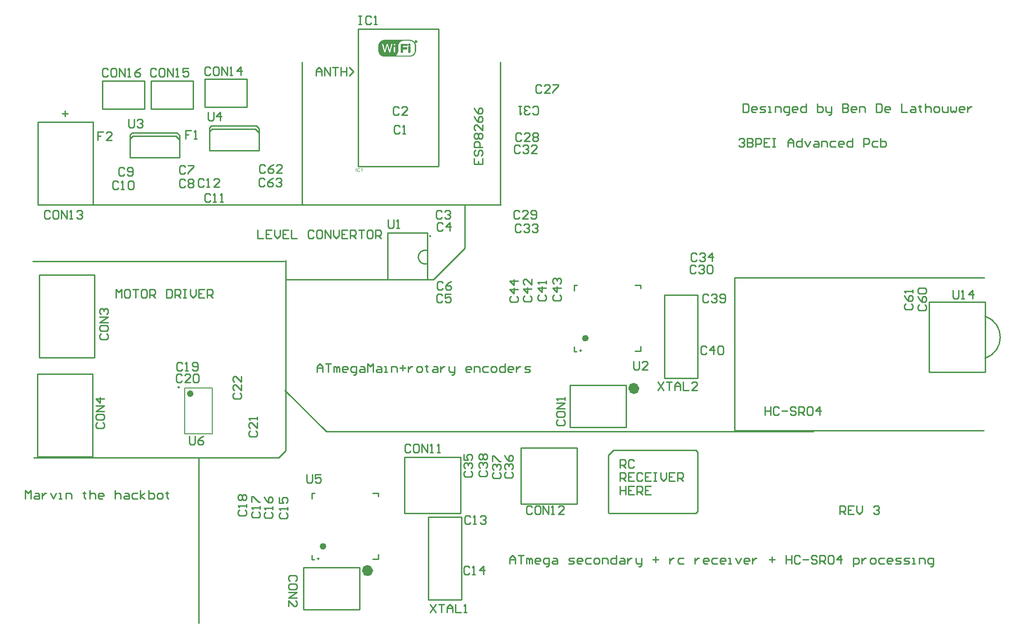
<source format=gto>
G04 Layer_Color=65535*
%FSLAX25Y25*%
%MOIN*%
G70*
G01*
G75*
%ADD24C,0.00984*%
%ADD25C,0.03937*%
%ADD39C,0.02362*%
%ADD40C,0.01000*%
%ADD41C,0.00787*%
%ADD42C,0.00050*%
G36*
X250883Y326757D02*
X250548D01*
Y329276D01*
X250883D01*
Y326757D01*
D02*
G37*
G36*
X255051D02*
X254741D01*
Y328726D01*
X254738Y328722D01*
X254719Y328708D01*
X254698Y328686D01*
X254661Y328660D01*
X254621Y328628D01*
X254570Y328591D01*
X254512Y328551D01*
X254447Y328511D01*
X254443D01*
X254439Y328507D01*
X254417Y328493D01*
X254381Y328475D01*
X254337Y328453D01*
X254286Y328427D01*
X254232Y328402D01*
X254177Y328377D01*
X254122Y328355D01*
Y328653D01*
X254126D01*
X254133Y328660D01*
X254148Y328664D01*
X254166Y328675D01*
X254188Y328686D01*
X254214Y328700D01*
X254275Y328737D01*
X254348Y328777D01*
X254421Y328828D01*
X254497Y328886D01*
X254574Y328948D01*
X254577Y328952D01*
X254581Y328955D01*
X254592Y328966D01*
X254607Y328977D01*
X254639Y329013D01*
X254683Y329057D01*
X254727Y329108D01*
X254774Y329166D01*
X254814Y329225D01*
X254851Y329287D01*
X255051D01*
Y326757D01*
D02*
G37*
G36*
X252623Y329316D02*
X252656Y329312D01*
X252696Y329308D01*
X252736Y329305D01*
X252783Y329294D01*
X252881Y329272D01*
X252991Y329239D01*
X253045Y329217D01*
X253096Y329192D01*
X253147Y329159D01*
X253198Y329126D01*
X253202Y329123D01*
X253209Y329119D01*
X253223Y329108D01*
X253242Y329090D01*
X253260Y329072D01*
X253285Y329046D01*
X253311Y329017D01*
X253340Y328988D01*
X253369Y328952D01*
X253398Y328908D01*
X253431Y328864D01*
X253460Y328817D01*
X253485Y328762D01*
X253515Y328708D01*
X253537Y328649D01*
X253558Y328584D01*
X253231Y328507D01*
Y328511D01*
X253227Y328518D01*
X253220Y328533D01*
X253212Y328551D01*
X253205Y328573D01*
X253194Y328602D01*
X253165Y328660D01*
X253129Y328726D01*
X253085Y328791D01*
X253030Y328853D01*
X252972Y328908D01*
X252965Y328915D01*
X252943Y328930D01*
X252907Y328948D01*
X252859Y328974D01*
X252798Y328995D01*
X252728Y329017D01*
X252645Y329032D01*
X252554Y329035D01*
X252524D01*
X252506Y329032D01*
X252481D01*
X252452Y329028D01*
X252383Y329017D01*
X252306Y329003D01*
X252226Y328977D01*
X252142Y328941D01*
X252066Y328893D01*
X252062D01*
X252059Y328886D01*
X252033Y328868D01*
X252000Y328839D01*
X251960Y328795D01*
X251913Y328741D01*
X251869Y328679D01*
X251829Y328602D01*
X251793Y328518D01*
Y328515D01*
X251789Y328507D01*
X251786Y328497D01*
X251782Y328478D01*
X251775Y328457D01*
X251767Y328431D01*
X251757Y328369D01*
X251742Y328296D01*
X251727Y328216D01*
X251720Y328129D01*
X251716Y328034D01*
Y328031D01*
Y328020D01*
Y328002D01*
Y327980D01*
X251720Y327954D01*
Y327922D01*
X251724Y327885D01*
X251727Y327845D01*
X251738Y327758D01*
X251757Y327663D01*
X251778Y327568D01*
X251807Y327474D01*
Y327470D01*
X251811Y327463D01*
X251818Y327452D01*
X251826Y327434D01*
X251848Y327390D01*
X251880Y327339D01*
X251920Y327281D01*
X251971Y327219D01*
X252029Y327164D01*
X252099Y327113D01*
X252102D01*
X252110Y327110D01*
X252120Y327102D01*
X252135Y327095D01*
X252153Y327088D01*
X252175Y327077D01*
X252226Y327055D01*
X252292Y327033D01*
X252364Y327015D01*
X252445Y327001D01*
X252528Y326997D01*
X252554D01*
X252575Y327001D01*
X252601D01*
X252626Y327004D01*
X252692Y327019D01*
X252768Y327037D01*
X252845Y327066D01*
X252925Y327106D01*
X252965Y327128D01*
X253001Y327157D01*
X253005Y327161D01*
X253009Y327164D01*
X253020Y327175D01*
X253034Y327186D01*
X253049Y327204D01*
X253067Y327226D01*
X253089Y327248D01*
X253107Y327277D01*
X253129Y327310D01*
X253154Y327346D01*
X253176Y327383D01*
X253198Y327427D01*
X253216Y327474D01*
X253234Y327525D01*
X253253Y327579D01*
X253267Y327638D01*
X253602Y327554D01*
Y327550D01*
X253598Y327536D01*
X253591Y327514D01*
X253580Y327485D01*
X253569Y327452D01*
X253555Y327412D01*
X253537Y327368D01*
X253515Y327321D01*
X253464Y327219D01*
X253398Y327117D01*
X253358Y327066D01*
X253318Y327015D01*
X253274Y326972D01*
X253223Y326928D01*
X253220Y326924D01*
X253212Y326917D01*
X253194Y326910D01*
X253176Y326895D01*
X253147Y326877D01*
X253118Y326859D01*
X253078Y326840D01*
X253038Y326822D01*
X252991Y326800D01*
X252940Y326782D01*
X252885Y326764D01*
X252827Y326746D01*
X252765Y326731D01*
X252699Y326724D01*
X252630Y326717D01*
X252557Y326713D01*
X252517D01*
X252488Y326717D01*
X252455D01*
X252415Y326720D01*
X252372Y326728D01*
X252321Y326735D01*
X252215Y326753D01*
X252106Y326782D01*
X251997Y326822D01*
X251946Y326848D01*
X251895Y326877D01*
X251891Y326881D01*
X251884Y326884D01*
X251869Y326895D01*
X251855Y326910D01*
X251833Y326924D01*
X251807Y326946D01*
X251778Y326972D01*
X251749Y327001D01*
X251720Y327033D01*
X251687Y327066D01*
X251622Y327150D01*
X251560Y327248D01*
X251505Y327357D01*
Y327361D01*
X251498Y327372D01*
X251494Y327390D01*
X251483Y327412D01*
X251476Y327441D01*
X251465Y327477D01*
X251451Y327518D01*
X251440Y327561D01*
X251429Y327608D01*
X251414Y327663D01*
X251396Y327776D01*
X251382Y327903D01*
X251374Y328034D01*
Y328038D01*
Y328052D01*
Y328074D01*
X251378Y328100D01*
Y328136D01*
X251382Y328173D01*
X251385Y328220D01*
X251393Y328267D01*
X251411Y328373D01*
X251436Y328489D01*
X251473Y328606D01*
X251523Y328719D01*
X251527Y328722D01*
X251531Y328733D01*
X251538Y328748D01*
X251553Y328766D01*
X251567Y328791D01*
X251585Y328821D01*
X251633Y328886D01*
X251695Y328959D01*
X251767Y329032D01*
X251851Y329104D01*
X251949Y329166D01*
X251953Y329170D01*
X251964Y329174D01*
X251978Y329181D01*
X251997Y329192D01*
X252026Y329203D01*
X252055Y329214D01*
X252091Y329228D01*
X252131Y329243D01*
X252175Y329257D01*
X252222Y329272D01*
X252324Y329294D01*
X252441Y329312D01*
X252561Y329319D01*
X252597D01*
X252623Y329316D01*
D02*
G37*
D24*
X224311Y50886D02*
G03*
X224311Y50886I-492J0D01*
G01*
X124705Y173130D02*
G03*
X124705Y173130I-492J0D01*
G01*
X411319Y199311D02*
G03*
X411319Y199311I-492J0D01*
G01*
D25*
X450630Y172244D02*
G03*
X450630Y172244I-1969J0D01*
G01*
X260827Y42323D02*
G03*
X260827Y42323I-1969J0D01*
G01*
D39*
X228346Y59646D02*
G03*
X228346Y59646I-1181J0D01*
G01*
X133661Y168504D02*
G03*
X133661Y168504I-1181J0D01*
G01*
X415354Y208071D02*
G03*
X415354Y208071I-1181J0D01*
G01*
D40*
X699134Y193740D02*
G03*
X699134Y223740I-5000J15000D01*
G01*
X303937Y280906D02*
G03*
X303937Y280906I-394J0D01*
G01*
X301153Y270646D02*
G03*
X301476Y261221I-1190J-4759D01*
G01*
X443071Y144528D02*
Y154528D01*
X403071Y144528D02*
X443071D01*
X403071D02*
Y174528D01*
X443071D01*
Y154528D02*
Y174528D01*
X219291Y97441D02*
X221260D01*
X219291Y93504D02*
Y97441D01*
Y50197D02*
Y53347D01*
Y50197D02*
X220866D01*
X266535Y50590D02*
Y53740D01*
X262598Y50590D02*
X266535D01*
X262598Y97441D02*
X266535D01*
Y95079D02*
Y97441D01*
X482283Y238779D02*
X494095D01*
Y179724D02*
Y238779D01*
X470472Y179724D02*
X494095D01*
X470472D02*
Y238779D01*
X482283D01*
X314173Y80512D02*
X325984D01*
Y21457D02*
Y80512D01*
X302362Y21457D02*
X325984D01*
X302362D02*
Y80512D01*
X314173D01*
X679134Y233740D02*
X699134D01*
Y183740D02*
Y233740D01*
X659134Y183740D02*
X699134D01*
X659134D02*
Y233740D01*
X679134D01*
X89567Y337008D02*
X125000D01*
X89567Y350394D02*
X89567D01*
X91535Y352362D01*
X122244D01*
X124606Y350000D01*
X123031Y354724D02*
X125000Y352756D01*
Y337008D02*
Y352756D01*
X91142Y354724D02*
X123031D01*
X89567Y353150D02*
X91142Y354724D01*
X89567Y337008D02*
Y353150D01*
X406299Y245866D02*
X408268D01*
X406299Y241929D02*
Y245866D01*
Y198622D02*
Y201772D01*
Y198622D02*
X407874D01*
X453543Y199016D02*
Y202165D01*
X449606Y199016D02*
X453543D01*
X449606Y245866D02*
X453543D01*
Y243504D02*
Y245866D01*
X273228Y249803D02*
Y283071D01*
Y249803D02*
X301378D01*
Y283071D01*
X273228D02*
X301378D01*
X252048Y330557D02*
X309248D01*
X309548Y330857D01*
Y428457D01*
X252048D02*
X309548D01*
X252048Y330557D02*
Y428457D01*
X70039Y371693D02*
Y381693D01*
Y371693D02*
X80039D01*
X100039D01*
Y391693D01*
X70039D02*
X100039D01*
X70039Y381693D02*
Y391693D01*
X134567Y381693D02*
Y391693D01*
X124567D02*
X134567D01*
X104567D02*
X124567D01*
X104567Y371693D02*
Y391693D01*
Y371693D02*
X134567D01*
Y381693D01*
X172874Y382874D02*
Y392874D01*
X162874D02*
X172874D01*
X142874D02*
X162874D01*
X142874Y372874D02*
Y392874D01*
Y372874D02*
X172874D01*
Y382874D01*
X388189Y130039D02*
X408189D01*
Y90039D02*
Y130039D01*
X378189D02*
X388189D01*
X378189Y90039D02*
X408189D01*
X368189Y130039D02*
X378189D01*
X368189Y90039D02*
Y130039D01*
Y90039D02*
X378189D01*
X305118Y123110D02*
X325118D01*
Y83110D02*
Y123110D01*
X295118D02*
X305118D01*
X295118Y83110D02*
X325118D01*
X285118Y123110D02*
X295118D01*
X285118Y83110D02*
Y123110D01*
Y83110D02*
X295118D01*
X23622Y123425D02*
Y182480D01*
X62992D01*
Y123425D02*
Y182480D01*
X23622Y123425D02*
X62992D01*
X24803Y194291D02*
Y253346D01*
X64173D01*
Y194291D02*
Y253346D01*
X24803Y194291D02*
X64173D01*
X253268Y24606D02*
Y44606D01*
X213268D02*
X253268D01*
X213268Y14606D02*
Y44606D01*
Y14606D02*
X253268D01*
Y24606D01*
X600000Y142323D02*
X698228D01*
X600000Y251378D02*
X698425D01*
X138583Y4921D02*
Y7677D01*
Y123031D01*
X520768Y142323D02*
X600000D01*
X520472Y142028D02*
Y251378D01*
X600000D01*
X200000Y171063D02*
X229429Y141634D01*
X430709Y124606D02*
X434252Y128150D01*
X430709Y83661D02*
Y124606D01*
Y83661D02*
X431102Y83268D01*
X492913D01*
X494095Y84449D01*
Y126969D01*
X492913Y128150D02*
X494095Y126969D01*
X434252Y128150D02*
X492913D01*
X576476Y141634D02*
X576772Y141929D01*
X229429Y141634D02*
X576476D01*
X200394Y249803D02*
X273228D01*
X327559Y271457D02*
X328346Y272244D01*
Y272638D02*
Y303150D01*
X305906Y249803D02*
X327559Y271457D01*
X301378Y249803D02*
X305906D01*
X20079Y262795D02*
X199606D01*
X200394Y127756D02*
Y263583D01*
X195669Y123031D02*
X200394Y127756D01*
X20866Y123031D02*
X195669D01*
X353543Y303346D02*
Y404921D01*
Y303346D02*
X353740Y303150D01*
X212795D02*
X353740D01*
X212205Y303740D02*
Y404921D01*
Y303740D02*
X212795Y303150D01*
X63189D02*
X212795D01*
X23819D02*
Y362205D01*
X63189D01*
Y303150D02*
Y362205D01*
X23819Y303150D02*
X63189D01*
X146063Y341929D02*
X181496D01*
X146063Y355315D02*
X146063D01*
X148031Y357283D01*
X178740D01*
X181102Y354921D01*
X179528Y359646D02*
X181496Y357677D01*
Y341929D02*
Y357677D01*
X147638Y359646D02*
X179528D01*
X146063Y358071D02*
X147638Y359646D01*
X146063Y341929D02*
Y358071D01*
X438992Y115668D02*
Y121666D01*
X441991D01*
X442991Y120666D01*
Y118667D01*
X441991Y117667D01*
X438992D01*
X440991D02*
X442991Y115668D01*
X448989Y120666D02*
X447989Y121666D01*
X445990D01*
X444990Y120666D01*
Y116667D01*
X445990Y115668D01*
X447989D01*
X448989Y116667D01*
X438992Y106070D02*
Y112068D01*
X441991D01*
X442991Y111068D01*
Y109069D01*
X441991Y108070D01*
X438992D01*
X440991D02*
X442991Y106070D01*
X448989Y112068D02*
X444990D01*
Y106070D01*
X448989D01*
X444990Y109069D02*
X446989D01*
X454987Y111068D02*
X453987Y112068D01*
X451988D01*
X450988Y111068D01*
Y107070D01*
X451988Y106070D01*
X453987D01*
X454987Y107070D01*
X460985Y112068D02*
X456986D01*
Y106070D01*
X460985D01*
X456986Y109069D02*
X458986D01*
X462984Y112068D02*
X464984D01*
X463984D01*
Y106070D01*
X462984D01*
X464984D01*
X467983Y112068D02*
Y108070D01*
X469982Y106070D01*
X471981Y108070D01*
Y112068D01*
X477980D02*
X473981D01*
Y106070D01*
X477980D01*
X473981Y109069D02*
X475980D01*
X479979Y106070D02*
Y112068D01*
X482978D01*
X483978Y111068D01*
Y109069D01*
X482978Y108070D01*
X479979D01*
X481978D02*
X483978Y106070D01*
X438992Y102471D02*
Y96472D01*
Y99471D01*
X442991D01*
Y102471D01*
Y96472D01*
X448989Y102471D02*
X444990D01*
Y96472D01*
X448989D01*
X444990Y99471D02*
X446989D01*
X450988Y96472D02*
Y102471D01*
X453987D01*
X454987Y101471D01*
Y99471D01*
X453987Y98472D01*
X450988D01*
X452988D02*
X454987Y96472D01*
X460985Y102471D02*
X456986D01*
Y96472D01*
X460985D01*
X456986Y99471D02*
X458986D01*
X394608Y150022D02*
X393608Y149023D01*
Y147023D01*
X394608Y146024D01*
X398607D01*
X399606Y147023D01*
Y149023D01*
X398607Y150022D01*
X393608Y155021D02*
Y153021D01*
X394608Y152022D01*
X398607D01*
X399606Y153021D01*
Y155021D01*
X398607Y156020D01*
X394608D01*
X393608Y155021D01*
X399606Y158020D02*
X393608D01*
X399606Y162019D01*
X393608D01*
X399606Y164018D02*
Y166017D01*
Y165017D01*
X393608D01*
X394608Y164018D01*
X70425Y355288D02*
X66426D01*
Y352289D01*
X68425D01*
X66426D01*
Y349290D01*
X76423D02*
X72424D01*
X76423Y353289D01*
Y354288D01*
X75423Y355288D01*
X73424D01*
X72424Y354288D01*
X215688Y111050D02*
Y106052D01*
X216688Y105052D01*
X218687D01*
X219687Y106052D01*
Y111050D01*
X225685D02*
X221686D01*
Y108051D01*
X223686Y109051D01*
X224685D01*
X225685Y108051D01*
Y106052D01*
X224685Y105052D01*
X222686D01*
X221686Y106052D01*
X465748Y177061D02*
X469747Y171063D01*
Y177061D02*
X465748Y171063D01*
X471746Y177061D02*
X475745D01*
X473745D01*
Y171063D01*
X477744D02*
Y175062D01*
X479743Y177061D01*
X481743Y175062D01*
Y171063D01*
Y174062D01*
X477744D01*
X483742Y177061D02*
Y171063D01*
X487741D01*
X493739D02*
X489740D01*
X493739Y175062D01*
Y176061D01*
X492739Y177061D01*
X490740D01*
X489740Y176061D01*
X303543Y18400D02*
X307542Y12402D01*
Y18400D02*
X303543Y12402D01*
X309541Y18400D02*
X313540D01*
X311541D01*
Y12402D01*
X315539D02*
Y16400D01*
X317539Y18400D01*
X319538Y16400D01*
Y12402D01*
Y15401D01*
X315539D01*
X321537Y18400D02*
Y12402D01*
X325536D01*
X327536D02*
X329535D01*
X328535D01*
Y18400D01*
X327536Y17400D01*
X676181Y242218D02*
Y237220D01*
X677181Y236221D01*
X679180D01*
X680180Y237220D01*
Y242218D01*
X682179Y236221D02*
X684178D01*
X683179D01*
Y242218D01*
X682179Y241219D01*
X690177Y236221D02*
Y242218D01*
X687178Y239219D01*
X691176D01*
X131890Y138085D02*
Y133086D01*
X132889Y132087D01*
X134889D01*
X135889Y133086D01*
Y138085D01*
X141886D02*
X139887Y137085D01*
X137888Y135086D01*
Y133086D01*
X138888Y132087D01*
X140887D01*
X141886Y133086D01*
Y134086D01*
X140887Y135086D01*
X137888D01*
X88617Y364241D02*
Y359242D01*
X89617Y358243D01*
X91616D01*
X92616Y359242D01*
Y364241D01*
X94615Y363241D02*
X95615Y364241D01*
X97614D01*
X98614Y363241D01*
Y362241D01*
X97614Y361242D01*
X96615D01*
X97614D01*
X98614Y360242D01*
Y359242D01*
X97614Y358243D01*
X95615D01*
X94615Y359242D01*
X448425Y191628D02*
Y186630D01*
X449425Y185630D01*
X451424D01*
X452424Y186630D01*
Y191628D01*
X458422Y185630D02*
X454423D01*
X458422Y189629D01*
Y190628D01*
X457422Y191628D01*
X455423D01*
X454423Y190628D01*
X273687Y292612D02*
Y287614D01*
X274687Y286614D01*
X276686D01*
X277686Y287614D01*
Y292612D01*
X279685Y286614D02*
X281685D01*
X280685D01*
Y292612D01*
X279685Y291613D01*
X252598Y437955D02*
X254597D01*
X253598D01*
Y431957D01*
X252598D01*
X254597D01*
X261595Y436955D02*
X260595Y437955D01*
X258596D01*
X257596Y436955D01*
Y432956D01*
X258596Y431957D01*
X260595D01*
X261595Y432956D01*
X263595Y431957D02*
X265594D01*
X264594D01*
Y437955D01*
X263595Y436955D01*
X73881Y399683D02*
X72881Y400683D01*
X70882D01*
X69882Y399683D01*
Y395685D01*
X70882Y394685D01*
X72881D01*
X73881Y395685D01*
X78879Y400683D02*
X76880D01*
X75880Y399683D01*
Y395685D01*
X76880Y394685D01*
X78879D01*
X79879Y395685D01*
Y399683D01*
X78879Y400683D01*
X81878Y394685D02*
Y400683D01*
X85877Y394685D01*
Y400683D01*
X87876Y394685D02*
X89875D01*
X88876D01*
Y400683D01*
X87876Y399683D01*
X96873Y400683D02*
X94874Y399683D01*
X92874Y397684D01*
Y395685D01*
X93874Y394685D01*
X95873D01*
X96873Y395685D01*
Y396684D01*
X95873Y397684D01*
X92874D01*
X108329Y399683D02*
X107330Y400683D01*
X105330D01*
X104331Y399683D01*
Y395685D01*
X105330Y394685D01*
X107330D01*
X108329Y395685D01*
X113328Y400683D02*
X111328D01*
X110329Y399683D01*
Y395685D01*
X111328Y394685D01*
X113328D01*
X114328Y395685D01*
Y399683D01*
X113328Y400683D01*
X116327Y394685D02*
Y400683D01*
X120326Y394685D01*
Y400683D01*
X122325Y394685D02*
X124324D01*
X123325D01*
Y400683D01*
X122325Y399683D01*
X131322Y400683D02*
X127323D01*
Y397684D01*
X129323Y398684D01*
X130322D01*
X131322Y397684D01*
Y395685D01*
X130322Y394685D01*
X128323D01*
X127323Y395685D01*
X146715Y400668D02*
X145716Y401667D01*
X143716D01*
X142717Y400668D01*
Y396669D01*
X143716Y395669D01*
X145716D01*
X146715Y396669D01*
X151714Y401667D02*
X149714D01*
X148715Y400668D01*
Y396669D01*
X149714Y395669D01*
X151714D01*
X152713Y396669D01*
Y400668D01*
X151714Y401667D01*
X154713Y395669D02*
Y401667D01*
X158711Y395669D01*
Y401667D01*
X160711Y395669D02*
X162710D01*
X161710D01*
Y401667D01*
X160711Y400668D01*
X168708Y395669D02*
Y401667D01*
X165709Y398668D01*
X169708D01*
X32542Y298306D02*
X31542Y299305D01*
X29543D01*
X28543Y298306D01*
Y294307D01*
X29543Y293307D01*
X31542D01*
X32542Y294307D01*
X37540Y299305D02*
X35541D01*
X34541Y298306D01*
Y294307D01*
X35541Y293307D01*
X37540D01*
X38540Y294307D01*
Y298306D01*
X37540Y299305D01*
X40539Y293307D02*
Y299305D01*
X44538Y293307D01*
Y299305D01*
X46538Y293307D02*
X48537D01*
X47537D01*
Y299305D01*
X46538Y298306D01*
X51536D02*
X52536Y299305D01*
X54535D01*
X55535Y298306D01*
Y297306D01*
X54535Y296306D01*
X53535D01*
X54535D01*
X55535Y295306D01*
Y294307D01*
X54535Y293307D01*
X52536D01*
X51536Y294307D01*
X376046Y87479D02*
X375046Y88478D01*
X373047D01*
X372047Y87479D01*
Y83480D01*
X373047Y82480D01*
X375046D01*
X376046Y83480D01*
X381044Y88478D02*
X379045D01*
X378045Y87479D01*
Y83480D01*
X379045Y82480D01*
X381044D01*
X382044Y83480D01*
Y87479D01*
X381044Y88478D01*
X384043Y82480D02*
Y88478D01*
X388042Y82480D01*
Y88478D01*
X390041Y82480D02*
X392041D01*
X391041D01*
Y88478D01*
X390041Y87479D01*
X399039Y82480D02*
X395040D01*
X399039Y86479D01*
Y87479D01*
X398039Y88478D01*
X396040D01*
X395040Y87479D01*
X289661Y131571D02*
X288661Y132571D01*
X286662D01*
X285662Y131571D01*
Y127572D01*
X286662Y126572D01*
X288661D01*
X289661Y127572D01*
X294659Y132571D02*
X292660D01*
X291660Y131571D01*
Y127572D01*
X292660Y126572D01*
X294659D01*
X295659Y127572D01*
Y131571D01*
X294659Y132571D01*
X297658Y126572D02*
Y132571D01*
X301657Y126572D01*
Y132571D01*
X303656Y126572D02*
X305656D01*
X304656D01*
Y132571D01*
X303656Y131571D01*
X308655Y126572D02*
X310654D01*
X309654D01*
Y132571D01*
X308655Y131571D01*
X66262Y147896D02*
X65262Y146897D01*
Y144897D01*
X66262Y143898D01*
X70260D01*
X71260Y144897D01*
Y146897D01*
X70260Y147896D01*
X65262Y152895D02*
Y150895D01*
X66262Y149896D01*
X70260D01*
X71260Y150895D01*
Y152895D01*
X70260Y153894D01*
X66262D01*
X65262Y152895D01*
X71260Y155894D02*
X65262D01*
X71260Y159892D01*
X65262D01*
X71260Y164891D02*
X65262D01*
X68261Y161892D01*
Y165891D01*
X69017Y211282D02*
X68018Y210282D01*
Y208283D01*
X69017Y207283D01*
X73016D01*
X74016Y208283D01*
Y210282D01*
X73016Y211282D01*
X68018Y216281D02*
Y214281D01*
X69017Y213281D01*
X73016D01*
X74016Y214281D01*
Y216281D01*
X73016Y217280D01*
X69017D01*
X68018Y216281D01*
X74016Y219280D02*
X68018D01*
X74016Y223278D01*
X68018D01*
X69017Y225278D02*
X68018Y226277D01*
Y228277D01*
X69017Y229276D01*
X70017D01*
X71017Y228277D01*
Y227277D01*
Y228277D01*
X72016Y229276D01*
X73016D01*
X74016Y228277D01*
Y226277D01*
X73016Y225278D01*
X207557Y34938D02*
X208557Y35938D01*
Y37937D01*
X207557Y38937D01*
X203559D01*
X202559Y37937D01*
Y35938D01*
X203559Y34938D01*
X208557Y29940D02*
Y31939D01*
X207557Y32939D01*
X203559D01*
X202559Y31939D01*
Y29940D01*
X203559Y28940D01*
X207557D01*
X208557Y29940D01*
X202559Y26941D02*
X208557D01*
X202559Y22942D01*
X208557D01*
X202559Y16944D02*
Y20943D01*
X206558Y16944D01*
X207557D01*
X208557Y17944D01*
Y19943D01*
X207557Y20943D01*
X185495Y321337D02*
X184495Y322337D01*
X182496D01*
X181496Y321337D01*
Y317338D01*
X182496Y316339D01*
X184495D01*
X185495Y317338D01*
X191493Y322337D02*
X189494Y321337D01*
X187494Y319338D01*
Y317338D01*
X188494Y316339D01*
X190493D01*
X191493Y317338D01*
Y318338D01*
X190493Y319338D01*
X187494D01*
X193492Y321337D02*
X194492Y322337D01*
X196491D01*
X197491Y321337D01*
Y320337D01*
X196491Y319338D01*
X195492D01*
X196491D01*
X197491Y318338D01*
Y317338D01*
X196491Y316339D01*
X194492D01*
X193492Y317338D01*
X185889Y330786D02*
X184889Y331785D01*
X182889D01*
X181890Y330786D01*
Y326787D01*
X182889Y325787D01*
X184889D01*
X185889Y326787D01*
X191886Y331785D02*
X189887Y330786D01*
X187888Y328786D01*
Y326787D01*
X188888Y325787D01*
X190887D01*
X191886Y326787D01*
Y327787D01*
X190887Y328786D01*
X187888D01*
X197885Y325787D02*
X193886D01*
X197885Y329786D01*
Y330786D01*
X196885Y331785D01*
X194886D01*
X193886Y330786D01*
X642443Y232542D02*
X641443Y231542D01*
Y229543D01*
X642443Y228543D01*
X646441D01*
X647441Y229543D01*
Y231542D01*
X646441Y232542D01*
X641443Y238540D02*
X642443Y236541D01*
X644442Y234541D01*
X646441D01*
X647441Y235541D01*
Y237540D01*
X646441Y238540D01*
X645442D01*
X644442Y237540D01*
Y234541D01*
X647441Y240539D02*
Y242539D01*
Y241539D01*
X641443D01*
X642443Y240539D01*
X652285Y231755D02*
X651285Y230755D01*
Y228756D01*
X652285Y227756D01*
X656284D01*
X657283Y228756D01*
Y230755D01*
X656284Y231755D01*
X651285Y237753D02*
X652285Y235753D01*
X654284Y233754D01*
X656284D01*
X657283Y234754D01*
Y236753D01*
X656284Y237753D01*
X655284D01*
X654284Y236753D01*
Y233754D01*
X652285Y239752D02*
X651285Y240752D01*
Y242751D01*
X652285Y243751D01*
X656284D01*
X657283Y242751D01*
Y240752D01*
X656284Y239752D01*
X652285D01*
X361143Y238054D02*
X360144Y237054D01*
Y235055D01*
X361143Y234055D01*
X365142D01*
X366142Y235055D01*
Y237054D01*
X365142Y238054D01*
X366142Y243052D02*
X360144D01*
X363143Y240053D01*
Y244052D01*
X366142Y249050D02*
X360144D01*
X363143Y246051D01*
Y250050D01*
X391852Y238841D02*
X390852Y237842D01*
Y235842D01*
X391852Y234842D01*
X395851D01*
X396850Y235842D01*
Y237842D01*
X395851Y238841D01*
X396850Y243840D02*
X390852D01*
X393851Y240841D01*
Y244839D01*
X391852Y246839D02*
X390852Y247838D01*
Y249838D01*
X391852Y250837D01*
X392852D01*
X393851Y249838D01*
Y248838D01*
Y249838D01*
X394851Y250837D01*
X395851D01*
X396850Y249838D01*
Y247838D01*
X395851Y246839D01*
X370986Y238251D02*
X369986Y237251D01*
Y235252D01*
X370986Y234252D01*
X374985D01*
X375984Y235252D01*
Y237251D01*
X374985Y238251D01*
X375984Y243249D02*
X369986D01*
X372985Y240250D01*
Y244249D01*
X375984Y250247D02*
Y246248D01*
X371986Y250247D01*
X370986D01*
X369986Y249247D01*
Y247248D01*
X370986Y246248D01*
X381222Y238841D02*
X380222Y237842D01*
Y235842D01*
X381222Y234842D01*
X385221D01*
X386221Y235842D01*
Y237842D01*
X385221Y238841D01*
X386221Y243840D02*
X380222D01*
X383221Y240841D01*
Y244839D01*
X386221Y246839D02*
Y248838D01*
Y247838D01*
X380222D01*
X381222Y246839D01*
X500455Y201652D02*
X499456Y202652D01*
X497456D01*
X496457Y201652D01*
Y197653D01*
X497456Y196653D01*
X499456D01*
X500455Y197653D01*
X505454Y196653D02*
Y202652D01*
X502455Y199653D01*
X506454D01*
X508453Y201652D02*
X509452Y202652D01*
X511452D01*
X512452Y201652D01*
Y197653D01*
X511452Y196653D01*
X509452D01*
X508453Y197653D01*
Y201652D01*
X501899Y238702D02*
X500899Y239701D01*
X498900D01*
X497900Y238702D01*
Y234703D01*
X498900Y233703D01*
X500899D01*
X501899Y234703D01*
X503898Y238702D02*
X504898Y239701D01*
X506897D01*
X507897Y238702D01*
Y237702D01*
X506897Y236702D01*
X505897D01*
X506897D01*
X507897Y235702D01*
Y234703D01*
X506897Y233703D01*
X504898D01*
X503898Y234703D01*
X509896D02*
X510896Y233703D01*
X512895D01*
X513895Y234703D01*
Y238702D01*
X512895Y239701D01*
X510896D01*
X509896Y238702D01*
Y237702D01*
X510896Y236702D01*
X513895D01*
X339096Y113644D02*
X338096Y112645D01*
Y110645D01*
X339096Y109646D01*
X343095D01*
X344094Y110645D01*
Y112645D01*
X343095Y113644D01*
X339096Y115644D02*
X338096Y116643D01*
Y118643D01*
X339096Y119642D01*
X340096D01*
X341095Y118643D01*
Y117643D01*
Y118643D01*
X342095Y119642D01*
X343095D01*
X344094Y118643D01*
Y116643D01*
X343095Y115644D01*
X339096Y121642D02*
X338096Y122642D01*
Y124641D01*
X339096Y125640D01*
X340096D01*
X341095Y124641D01*
X342095Y125640D01*
X343095D01*
X344094Y124641D01*
Y122642D01*
X343095Y121642D01*
X342095D01*
X341095Y122642D01*
X340096Y121642D01*
X339096D01*
X341095Y122642D02*
Y124641D01*
X348939Y112266D02*
X347939Y111267D01*
Y109267D01*
X348939Y108268D01*
X352937D01*
X353937Y109267D01*
Y111267D01*
X352937Y112266D01*
X348939Y114266D02*
X347939Y115266D01*
Y117265D01*
X348939Y118264D01*
X349938D01*
X350938Y117265D01*
Y116265D01*
Y117265D01*
X351938Y118264D01*
X352937D01*
X353937Y117265D01*
Y115266D01*
X352937Y114266D01*
X347939Y120264D02*
Y124262D01*
X348939D01*
X352937Y120264D01*
X353937D01*
X357600Y112463D02*
X356600Y111464D01*
Y109464D01*
X357600Y108465D01*
X361599D01*
X362598Y109464D01*
Y111464D01*
X361599Y112463D01*
X357600Y114463D02*
X356600Y115462D01*
Y117462D01*
X357600Y118461D01*
X358600D01*
X359599Y117462D01*
Y116462D01*
Y117462D01*
X360599Y118461D01*
X361599D01*
X362598Y117462D01*
Y115462D01*
X361599Y114463D01*
X356600Y124459D02*
X357600Y122460D01*
X359599Y120461D01*
X361599D01*
X362598Y121460D01*
Y123460D01*
X361599Y124459D01*
X360599D01*
X359599Y123460D01*
Y120461D01*
X328466Y113251D02*
X327467Y112251D01*
Y110252D01*
X328466Y109252D01*
X332465D01*
X333465Y110252D01*
Y112251D01*
X332465Y113251D01*
X328466Y115250D02*
X327467Y116250D01*
Y118249D01*
X328466Y119249D01*
X329466D01*
X330466Y118249D01*
Y117249D01*
Y118249D01*
X331465Y119249D01*
X332465D01*
X333465Y118249D01*
Y116250D01*
X332465Y115250D01*
X327467Y125247D02*
Y121248D01*
X330466D01*
X329466Y123247D01*
Y124247D01*
X330466Y125247D01*
X332465D01*
X333465Y124247D01*
Y122248D01*
X332465Y121248D01*
X493566Y267794D02*
X492566Y268793D01*
X490567D01*
X489567Y267794D01*
Y263795D01*
X490567Y262795D01*
X492566D01*
X493566Y263795D01*
X495565Y267794D02*
X496565Y268793D01*
X498564D01*
X499564Y267794D01*
Y266794D01*
X498564Y265794D01*
X497564D01*
X498564D01*
X499564Y264795D01*
Y263795D01*
X498564Y262795D01*
X496565D01*
X495565Y263795D01*
X504562Y262795D02*
Y268793D01*
X501563Y265794D01*
X505562D01*
X368172Y288463D02*
X367172Y289463D01*
X365173D01*
X364173Y288463D01*
Y284464D01*
X365173Y283465D01*
X367172D01*
X368172Y284464D01*
X370171Y288463D02*
X371171Y289463D01*
X373170D01*
X374170Y288463D01*
Y287463D01*
X373170Y286464D01*
X372171D01*
X373170D01*
X374170Y285464D01*
Y284464D01*
X373170Y283465D01*
X371171D01*
X370171Y284464D01*
X376169Y288463D02*
X377169Y289463D01*
X379168D01*
X380168Y288463D01*
Y287463D01*
X379168Y286464D01*
X378169D01*
X379168D01*
X380168Y285464D01*
Y284464D01*
X379168Y283465D01*
X377169D01*
X376169Y284464D01*
X367581Y344762D02*
X366582Y345762D01*
X364582D01*
X363583Y344762D01*
Y340763D01*
X364582Y339764D01*
X366582D01*
X367581Y340763D01*
X369581Y344762D02*
X370580Y345762D01*
X372580D01*
X373579Y344762D01*
Y343762D01*
X372580Y342763D01*
X371580D01*
X372580D01*
X373579Y341763D01*
Y340763D01*
X372580Y339764D01*
X370580D01*
X369581Y340763D01*
X379577Y339764D02*
X375579D01*
X379577Y343762D01*
Y344762D01*
X378578Y345762D01*
X376578D01*
X375579Y344762D01*
X376513Y368624D02*
X377513Y367624D01*
X379512D01*
X380512Y368624D01*
Y372622D01*
X379512Y373622D01*
X377513D01*
X376513Y372622D01*
X374514Y368624D02*
X373514Y367624D01*
X371515D01*
X370515Y368624D01*
Y369623D01*
X371515Y370623D01*
X372514D01*
X371515D01*
X370515Y371623D01*
Y372622D01*
X371515Y373622D01*
X373514D01*
X374514Y372622D01*
X368516Y373622D02*
X366516D01*
X367516D01*
Y367624D01*
X368516Y368624D01*
X492975Y259132D02*
X491975Y260132D01*
X489976D01*
X488976Y259132D01*
Y255134D01*
X489976Y254134D01*
X491975D01*
X492975Y255134D01*
X494974Y259132D02*
X495974Y260132D01*
X497973D01*
X498973Y259132D01*
Y258133D01*
X497973Y257133D01*
X496974D01*
X497973D01*
X498973Y256133D01*
Y255134D01*
X497973Y254134D01*
X495974D01*
X494974Y255134D01*
X500973Y259132D02*
X501972Y260132D01*
X503971D01*
X504971Y259132D01*
Y255134D01*
X503971Y254134D01*
X501972D01*
X500973Y255134D01*
Y259132D01*
X367188Y298306D02*
X366188Y299305D01*
X364189D01*
X363189Y298306D01*
Y294307D01*
X364189Y293307D01*
X366188D01*
X367188Y294307D01*
X373186Y293307D02*
X369187D01*
X373186Y297306D01*
Y298306D01*
X372186Y299305D01*
X370187D01*
X369187Y298306D01*
X375185Y294307D02*
X376185Y293307D01*
X378184D01*
X379184Y294307D01*
Y298306D01*
X378184Y299305D01*
X376185D01*
X375185Y298306D01*
Y297306D01*
X376185Y296306D01*
X379184D01*
X368566Y353620D02*
X367566Y354620D01*
X365567D01*
X364567Y353620D01*
Y349622D01*
X365567Y348622D01*
X367566D01*
X368566Y349622D01*
X374564Y348622D02*
X370565D01*
X374564Y352621D01*
Y353620D01*
X373564Y354620D01*
X371565D01*
X370565Y353620D01*
X376563D02*
X377563Y354620D01*
X379562D01*
X380562Y353620D01*
Y352621D01*
X379562Y351621D01*
X380562Y350621D01*
Y349622D01*
X379562Y348622D01*
X377563D01*
X376563Y349622D01*
Y350621D01*
X377563Y351621D01*
X376563Y352621D01*
Y353620D01*
X377563Y351621D02*
X379562D01*
X382936Y387872D02*
X381936Y388872D01*
X379937D01*
X378937Y387872D01*
Y383874D01*
X379937Y382874D01*
X381936D01*
X382936Y383874D01*
X388934Y382874D02*
X384935D01*
X388934Y386873D01*
Y387872D01*
X387934Y388872D01*
X385935D01*
X384935Y387872D01*
X390933Y388872D02*
X394932D01*
Y387872D01*
X390933Y383874D01*
Y382874D01*
X163899Y168763D02*
X162900Y167763D01*
Y165763D01*
X163899Y164764D01*
X167898D01*
X168898Y165763D01*
Y167763D01*
X167898Y168763D01*
X168898Y174760D02*
Y170762D01*
X164899Y174760D01*
X163899D01*
X162900Y173761D01*
Y171762D01*
X163899Y170762D01*
X168898Y180759D02*
Y176760D01*
X164899Y180759D01*
X163899D01*
X162900Y179759D01*
Y177760D01*
X163899Y176760D01*
X175317Y141991D02*
X174317Y140991D01*
Y138992D01*
X175317Y137992D01*
X179315D01*
X180315Y138992D01*
Y140991D01*
X179315Y141991D01*
X180315Y147989D02*
Y143990D01*
X176316Y147989D01*
X175317D01*
X174317Y146989D01*
Y144990D01*
X175317Y143990D01*
X180315Y149988D02*
Y151988D01*
Y150988D01*
X174317D01*
X175317Y149988D01*
X126637Y181573D02*
X125637Y182573D01*
X123637D01*
X122638Y181573D01*
Y177575D01*
X123637Y176575D01*
X125637D01*
X126637Y177575D01*
X132635Y176575D02*
X128636D01*
X132635Y180573D01*
Y181573D01*
X131635Y182573D01*
X129636D01*
X128636Y181573D01*
X134634D02*
X135634Y182573D01*
X137633D01*
X138633Y181573D01*
Y177575D01*
X137633Y176575D01*
X135634D01*
X134634Y177575D01*
Y181573D01*
X127030Y189841D02*
X126031Y190841D01*
X124031D01*
X123031Y189841D01*
Y185842D01*
X124031Y184843D01*
X126031D01*
X127030Y185842D01*
X129030Y184843D02*
X131029D01*
X130029D01*
Y190841D01*
X129030Y189841D01*
X134028Y185842D02*
X135028Y184843D01*
X137027D01*
X138027Y185842D01*
Y189841D01*
X137027Y190841D01*
X135028D01*
X134028Y189841D01*
Y188841D01*
X135028Y187841D01*
X138027D01*
X167443Y85495D02*
X166443Y84495D01*
Y82496D01*
X167443Y81496D01*
X171441D01*
X172441Y82496D01*
Y84495D01*
X171441Y85495D01*
X172441Y87494D02*
Y89494D01*
Y88494D01*
X166443D01*
X167443Y87494D01*
Y92493D02*
X166443Y93492D01*
Y95491D01*
X167443Y96491D01*
X168442D01*
X169442Y95491D01*
X170442Y96491D01*
X171441D01*
X172441Y95491D01*
Y93492D01*
X171441Y92493D01*
X170442D01*
X169442Y93492D01*
X168442Y92493D01*
X167443D01*
X169442Y93492D02*
Y95491D01*
X177285Y84117D02*
X176285Y83117D01*
Y81118D01*
X177285Y80118D01*
X181284D01*
X182283Y81118D01*
Y83117D01*
X181284Y84117D01*
X182283Y86116D02*
Y88116D01*
Y87116D01*
X176285D01*
X177285Y86116D01*
X176285Y91114D02*
Y95113D01*
X177285D01*
X181284Y91114D01*
X182283D01*
X186340Y83920D02*
X185340Y82920D01*
Y80921D01*
X186340Y79921D01*
X190339D01*
X191339Y80921D01*
Y82920D01*
X190339Y83920D01*
X191339Y85919D02*
Y87919D01*
Y86919D01*
X185340D01*
X186340Y85919D01*
X185340Y94916D02*
X186340Y92917D01*
X188340Y90918D01*
X190339D01*
X191339Y91917D01*
Y93917D01*
X190339Y94916D01*
X189339D01*
X188340Y93917D01*
Y90918D01*
X196970Y83723D02*
X195970Y82723D01*
Y80724D01*
X196970Y79724D01*
X200969D01*
X201969Y80724D01*
Y82723D01*
X200969Y83723D01*
X201969Y85723D02*
Y87722D01*
Y86722D01*
X195970D01*
X196970Y85723D01*
X195970Y94720D02*
Y90721D01*
X198969D01*
X197970Y92720D01*
Y93720D01*
X198969Y94720D01*
X200969D01*
X201969Y93720D01*
Y91720D01*
X200969Y90721D01*
X331599Y44581D02*
X330599Y45581D01*
X328600D01*
X327600Y44581D01*
Y40582D01*
X328600Y39583D01*
X330599D01*
X331599Y40582D01*
X333598Y39583D02*
X335597D01*
X334598D01*
Y45581D01*
X333598Y44581D01*
X341596Y39583D02*
Y45581D01*
X338596Y42582D01*
X342595D01*
X332357Y80463D02*
X331357Y81463D01*
X329358D01*
X328358Y80463D01*
Y76464D01*
X329358Y75465D01*
X331357D01*
X332357Y76464D01*
X334356Y75465D02*
X336356D01*
X335356D01*
Y81463D01*
X334356Y80463D01*
X339355D02*
X340354Y81463D01*
X342354D01*
X343353Y80463D01*
Y79463D01*
X342354Y78464D01*
X341354D01*
X342354D01*
X343353Y77464D01*
Y76464D01*
X342354Y75465D01*
X340354D01*
X339355Y76464D01*
X142188Y320943D02*
X141188Y321943D01*
X139189D01*
X138189Y320943D01*
Y316945D01*
X139189Y315945D01*
X141188D01*
X142188Y316945D01*
X144187Y315945D02*
X146186D01*
X145187D01*
Y321943D01*
X144187Y320943D01*
X153184Y315945D02*
X149185D01*
X153184Y319944D01*
Y320943D01*
X152184Y321943D01*
X150185D01*
X149185Y320943D01*
X146715Y310117D02*
X145716Y311116D01*
X143716D01*
X142717Y310117D01*
Y306118D01*
X143716Y305118D01*
X145716D01*
X146715Y306118D01*
X148715Y305118D02*
X150714D01*
X149714D01*
Y311116D01*
X148715Y310117D01*
X153713Y305118D02*
X155712D01*
X154713D01*
Y311116D01*
X153713Y310117D01*
X81164Y319369D02*
X80164Y320368D01*
X78165D01*
X77165Y319369D01*
Y315370D01*
X78165Y314370D01*
X80164D01*
X81164Y315370D01*
X83163Y314370D02*
X85163D01*
X84163D01*
Y320368D01*
X83163Y319369D01*
X88162D02*
X89161Y320368D01*
X91161D01*
X92160Y319369D01*
Y315370D01*
X91161Y314370D01*
X89161D01*
X88162Y315370D01*
Y319369D01*
X85692Y328817D02*
X84692Y329817D01*
X82693D01*
X81693Y328817D01*
Y324819D01*
X82693Y323819D01*
X84692D01*
X85692Y324819D01*
X87691D02*
X88691Y323819D01*
X90690D01*
X91690Y324819D01*
Y328817D01*
X90690Y329817D01*
X88691D01*
X87691Y328817D01*
Y327818D01*
X88691Y326818D01*
X91690D01*
X128802Y320550D02*
X127802Y321549D01*
X125803D01*
X124803Y320550D01*
Y316551D01*
X125803Y315551D01*
X127802D01*
X128802Y316551D01*
X130801Y320550D02*
X131801Y321549D01*
X133800D01*
X134800Y320550D01*
Y319550D01*
X133800Y318550D01*
X134800Y317550D01*
Y316551D01*
X133800Y315551D01*
X131801D01*
X130801Y316551D01*
Y317550D01*
X131801Y318550D01*
X130801Y319550D01*
Y320550D01*
X131801Y318550D02*
X133800D01*
X128802Y330294D02*
X127802Y331293D01*
X125803D01*
X124803Y330294D01*
Y326295D01*
X125803Y325295D01*
X127802D01*
X128802Y326295D01*
X130801Y331293D02*
X134800D01*
Y330294D01*
X130801Y326295D01*
Y325295D01*
X312660Y247715D02*
X311660Y248715D01*
X309661D01*
X308661Y247715D01*
Y243716D01*
X309661Y242717D01*
X311660D01*
X312660Y243716D01*
X318658Y248715D02*
X316659Y247715D01*
X314660Y245716D01*
Y243716D01*
X315659Y242717D01*
X317658D01*
X318658Y243716D01*
Y244716D01*
X317658Y245716D01*
X314660D01*
X312070Y238660D02*
X311070Y239660D01*
X309071D01*
X308071Y238660D01*
Y234661D01*
X309071Y233661D01*
X311070D01*
X312070Y234661D01*
X318068Y239660D02*
X314069D01*
Y236661D01*
X316068Y237660D01*
X317068D01*
X318068Y236661D01*
Y234661D01*
X317068Y233661D01*
X315069D01*
X314069Y234661D01*
X312660Y289447D02*
X311660Y290447D01*
X309661D01*
X308661Y289447D01*
Y285449D01*
X309661Y284449D01*
X311660D01*
X312660Y285449D01*
X317658Y284449D02*
Y290447D01*
X314660Y287448D01*
X318658D01*
X311873Y298109D02*
X310873Y299108D01*
X308874D01*
X307874Y298109D01*
Y294110D01*
X308874Y293110D01*
X310873D01*
X311873Y294110D01*
X313872Y298109D02*
X314872Y299108D01*
X316871D01*
X317871Y298109D01*
Y297109D01*
X316871Y296109D01*
X315871D01*
X316871D01*
X317871Y295110D01*
Y294110D01*
X316871Y293110D01*
X314872D01*
X313872Y294110D01*
X281164Y372124D02*
X280164Y373124D01*
X278165D01*
X277165Y372124D01*
Y368126D01*
X278165Y367126D01*
X280164D01*
X281164Y368126D01*
X287162Y367126D02*
X283163D01*
X287162Y371125D01*
Y372124D01*
X286162Y373124D01*
X284163D01*
X283163Y372124D01*
X281951Y358738D02*
X280952Y359738D01*
X278952D01*
X277953Y358738D01*
Y354740D01*
X278952Y353740D01*
X280952D01*
X281951Y354740D01*
X283951Y353740D02*
X285950D01*
X284950D01*
Y359738D01*
X283951Y358738D01*
X133089Y356219D02*
X129090D01*
Y353220D01*
X131089D01*
X129090D01*
Y350221D01*
X135088D02*
X137087D01*
X136088D01*
Y356219D01*
X135088Y355220D01*
X145045Y369173D02*
Y364175D01*
X146045Y363175D01*
X148044D01*
X149044Y364175D01*
Y369173D01*
X154042Y363175D02*
Y369173D01*
X151043Y366174D01*
X155042D01*
X523622Y349487D02*
X524622Y350486D01*
X526621D01*
X527621Y349487D01*
Y348487D01*
X526621Y347487D01*
X525621D01*
X526621D01*
X527621Y346487D01*
Y345488D01*
X526621Y344488D01*
X524622D01*
X523622Y345488D01*
X529620Y350486D02*
Y344488D01*
X532619D01*
X533619Y345488D01*
Y346487D01*
X532619Y347487D01*
X529620D01*
X532619D01*
X533619Y348487D01*
Y349487D01*
X532619Y350486D01*
X529620D01*
X535618Y344488D02*
Y350486D01*
X538617D01*
X539617Y349487D01*
Y347487D01*
X538617Y346487D01*
X535618D01*
X545615Y350486D02*
X541616D01*
Y344488D01*
X545615D01*
X541616Y347487D02*
X543616D01*
X547614Y350486D02*
X549614D01*
X548614D01*
Y344488D01*
X547614D01*
X549614D01*
X558611D02*
Y348487D01*
X560610Y350486D01*
X562609Y348487D01*
Y344488D01*
Y347487D01*
X558611D01*
X568608Y350486D02*
Y344488D01*
X565609D01*
X564609Y345488D01*
Y347487D01*
X565609Y348487D01*
X568608D01*
X570607D02*
X572606Y344488D01*
X574606Y348487D01*
X577605D02*
X579604D01*
X580604Y347487D01*
Y344488D01*
X577605D01*
X576605Y345488D01*
X577605Y346487D01*
X580604D01*
X582603Y344488D02*
Y348487D01*
X585602D01*
X586602Y347487D01*
Y344488D01*
X592600Y348487D02*
X589601D01*
X588601Y347487D01*
Y345488D01*
X589601Y344488D01*
X592600D01*
X597598D02*
X595599D01*
X594599Y345488D01*
Y347487D01*
X595599Y348487D01*
X597598D01*
X598598Y347487D01*
Y346487D01*
X594599D01*
X604596Y350486D02*
Y344488D01*
X601597D01*
X600597Y345488D01*
Y347487D01*
X601597Y348487D01*
X604596D01*
X612593Y344488D02*
Y350486D01*
X615592D01*
X616592Y349487D01*
Y347487D01*
X615592Y346487D01*
X612593D01*
X622590Y348487D02*
X619591D01*
X618591Y347487D01*
Y345488D01*
X619591Y344488D01*
X622590D01*
X624589Y350486D02*
Y344488D01*
X627588D01*
X628588Y345488D01*
Y346487D01*
Y347487D01*
X627588Y348487D01*
X624589D01*
X526575Y375093D02*
Y369094D01*
X529574D01*
X530574Y370094D01*
Y374093D01*
X529574Y375093D01*
X526575D01*
X535572Y369094D02*
X533572D01*
X532573Y370094D01*
Y372094D01*
X533572Y373093D01*
X535572D01*
X536572Y372094D01*
Y371094D01*
X532573D01*
X538571Y369094D02*
X541570D01*
X542570Y370094D01*
X541570Y371094D01*
X539571D01*
X538571Y372094D01*
X539571Y373093D01*
X542570D01*
X544569Y369094D02*
X546568D01*
X545569D01*
Y373093D01*
X544569D01*
X549567Y369094D02*
Y373093D01*
X552566D01*
X553566Y372094D01*
Y369094D01*
X557565Y367095D02*
X558565D01*
X559564Y368095D01*
Y373093D01*
X556565D01*
X555565Y372094D01*
Y370094D01*
X556565Y369094D01*
X559564D01*
X564563D02*
X562563D01*
X561563Y370094D01*
Y372094D01*
X562563Y373093D01*
X564563D01*
X565562Y372094D01*
Y371094D01*
X561563D01*
X571560Y375093D02*
Y369094D01*
X568561D01*
X567561Y370094D01*
Y372094D01*
X568561Y373093D01*
X571560D01*
X579558Y375093D02*
Y369094D01*
X582557D01*
X583556Y370094D01*
Y371094D01*
Y372094D01*
X582557Y373093D01*
X579558D01*
X585556D02*
Y370094D01*
X586555Y369094D01*
X589554D01*
Y368095D01*
X588555Y367095D01*
X587555D01*
X589554Y369094D02*
Y373093D01*
X597552Y375093D02*
Y369094D01*
X600551D01*
X601551Y370094D01*
Y371094D01*
X600551Y372094D01*
X597552D01*
X600551D01*
X601551Y373093D01*
Y374093D01*
X600551Y375093D01*
X597552D01*
X606549Y369094D02*
X604550D01*
X603550Y370094D01*
Y372094D01*
X604550Y373093D01*
X606549D01*
X607549Y372094D01*
Y371094D01*
X603550D01*
X609548Y369094D02*
Y373093D01*
X612547D01*
X613547Y372094D01*
Y369094D01*
X621544Y375093D02*
Y369094D01*
X624543D01*
X625543Y370094D01*
Y374093D01*
X624543Y375093D01*
X621544D01*
X630541Y369094D02*
X628542D01*
X627542Y370094D01*
Y372094D01*
X628542Y373093D01*
X630541D01*
X631541Y372094D01*
Y371094D01*
X627542D01*
X639538Y375093D02*
Y369094D01*
X643537D01*
X646536Y373093D02*
X648535D01*
X649535Y372094D01*
Y369094D01*
X646536D01*
X645536Y370094D01*
X646536Y371094D01*
X649535D01*
X652534Y374093D02*
Y373093D01*
X651534D01*
X653534D01*
X652534D01*
Y370094D01*
X653534Y369094D01*
X656533Y375093D02*
Y369094D01*
Y372094D01*
X657532Y373093D01*
X659532D01*
X660532Y372094D01*
Y369094D01*
X663530D02*
X665530D01*
X666530Y370094D01*
Y372094D01*
X665530Y373093D01*
X663530D01*
X662531Y372094D01*
Y370094D01*
X663530Y369094D01*
X668529Y373093D02*
Y370094D01*
X669529Y369094D01*
X672528D01*
Y373093D01*
X674527D02*
Y370094D01*
X675527Y369094D01*
X676526Y370094D01*
X677526Y369094D01*
X678526Y370094D01*
Y373093D01*
X683524Y369094D02*
X681525D01*
X680525Y370094D01*
Y372094D01*
X681525Y373093D01*
X683524D01*
X684524Y372094D01*
Y371094D01*
X680525D01*
X686523Y373093D02*
Y369094D01*
Y371094D01*
X687523Y372094D01*
X688522Y373093D01*
X689522D01*
X14764Y93504D02*
Y99502D01*
X16763Y97503D01*
X18763Y99502D01*
Y93504D01*
X21761Y97503D02*
X23761D01*
X24761Y96503D01*
Y93504D01*
X21761D01*
X20762Y94504D01*
X21761Y95503D01*
X24761D01*
X26760Y97503D02*
Y93504D01*
Y95503D01*
X27760Y96503D01*
X28759Y97503D01*
X29759D01*
X32758D02*
X34757Y93504D01*
X36757Y97503D01*
X38756Y93504D02*
X40755D01*
X39756D01*
Y97503D01*
X38756D01*
X43754Y93504D02*
Y97503D01*
X46753D01*
X47753Y96503D01*
Y93504D01*
X56750Y98502D02*
Y97503D01*
X55751D01*
X57750D01*
X56750D01*
Y94504D01*
X57750Y93504D01*
X60749Y99502D02*
Y93504D01*
Y96503D01*
X61749Y97503D01*
X63748D01*
X64748Y96503D01*
Y93504D01*
X69746D02*
X67747D01*
X66747Y94504D01*
Y96503D01*
X67747Y97503D01*
X69746D01*
X70746Y96503D01*
Y95503D01*
X66747D01*
X78743Y99502D02*
Y93504D01*
Y96503D01*
X79743Y97503D01*
X81742D01*
X82742Y96503D01*
Y93504D01*
X85741Y97503D02*
X87740D01*
X88740Y96503D01*
Y93504D01*
X85741D01*
X84741Y94504D01*
X85741Y95503D01*
X88740D01*
X94738Y97503D02*
X91739D01*
X90739Y96503D01*
Y94504D01*
X91739Y93504D01*
X94738D01*
X96737D02*
Y99502D01*
Y95503D02*
X99736Y97503D01*
X96737Y95503D02*
X99736Y93504D01*
X102735Y99502D02*
Y93504D01*
X105734D01*
X106734Y94504D01*
Y95503D01*
Y96503D01*
X105734Y97503D01*
X102735D01*
X109733Y93504D02*
X111732D01*
X112732Y94504D01*
Y96503D01*
X111732Y97503D01*
X109733D01*
X108733Y96503D01*
Y94504D01*
X109733Y93504D01*
X115731Y98502D02*
Y97503D01*
X114731D01*
X116731D01*
X115731D01*
Y94504D01*
X116731Y93504D01*
X360236Y47244D02*
Y51243D01*
X362236Y53242D01*
X364235Y51243D01*
Y47244D01*
Y50243D01*
X360236D01*
X366234Y53242D02*
X370233D01*
X368234D01*
Y47244D01*
X372232D02*
Y51243D01*
X373232D01*
X374232Y50243D01*
Y47244D01*
Y50243D01*
X375231Y51243D01*
X376231Y50243D01*
Y47244D01*
X381229D02*
X379230D01*
X378230Y48244D01*
Y50243D01*
X379230Y51243D01*
X381229D01*
X382229Y50243D01*
Y49243D01*
X378230D01*
X386228Y45245D02*
X387228D01*
X388227Y46244D01*
Y51243D01*
X385228D01*
X384228Y50243D01*
Y48244D01*
X385228Y47244D01*
X388227D01*
X391226Y51243D02*
X393226D01*
X394225Y50243D01*
Y47244D01*
X391226D01*
X390227Y48244D01*
X391226Y49243D01*
X394225D01*
X402223Y47244D02*
X405222D01*
X406221Y48244D01*
X405222Y49243D01*
X403222D01*
X402223Y50243D01*
X403222Y51243D01*
X406221D01*
X411220Y47244D02*
X409220D01*
X408221Y48244D01*
Y50243D01*
X409220Y51243D01*
X411220D01*
X412219Y50243D01*
Y49243D01*
X408221D01*
X418218Y51243D02*
X415218D01*
X414219Y50243D01*
Y48244D01*
X415218Y47244D01*
X418218D01*
X421216D02*
X423216D01*
X424216Y48244D01*
Y50243D01*
X423216Y51243D01*
X421216D01*
X420217Y50243D01*
Y48244D01*
X421216Y47244D01*
X426215D02*
Y51243D01*
X429214D01*
X430214Y50243D01*
Y47244D01*
X436212Y53242D02*
Y47244D01*
X433213D01*
X432213Y48244D01*
Y50243D01*
X433213Y51243D01*
X436212D01*
X439211D02*
X441210D01*
X442210Y50243D01*
Y47244D01*
X439211D01*
X438211Y48244D01*
X439211Y49243D01*
X442210D01*
X444209Y51243D02*
Y47244D01*
Y49243D01*
X445209Y50243D01*
X446208Y51243D01*
X447208D01*
X450207D02*
Y48244D01*
X451207Y47244D01*
X454206D01*
Y46244D01*
X453206Y45245D01*
X452207D01*
X454206Y47244D02*
Y51243D01*
X462203Y50243D02*
X466202D01*
X464203Y52242D02*
Y48244D01*
X474199Y51243D02*
Y47244D01*
Y49243D01*
X475199Y50243D01*
X476199Y51243D01*
X477198D01*
X484196D02*
X481197D01*
X480197Y50243D01*
Y48244D01*
X481197Y47244D01*
X484196D01*
X492194Y51243D02*
Y47244D01*
Y49243D01*
X493193Y50243D01*
X494193Y51243D01*
X495193D01*
X501191Y47244D02*
X499191D01*
X498192Y48244D01*
Y50243D01*
X499191Y51243D01*
X501191D01*
X502190Y50243D01*
Y49243D01*
X498192D01*
X508188Y51243D02*
X505189D01*
X504190Y50243D01*
Y48244D01*
X505189Y47244D01*
X508188D01*
X513187D02*
X511187D01*
X510188Y48244D01*
Y50243D01*
X511187Y51243D01*
X513187D01*
X514186Y50243D01*
Y49243D01*
X510188D01*
X516186Y47244D02*
X518185D01*
X517185D01*
Y51243D01*
X516186D01*
X521184D02*
X523183Y47244D01*
X525183Y51243D01*
X530181Y47244D02*
X528182D01*
X527182Y48244D01*
Y50243D01*
X528182Y51243D01*
X530181D01*
X531181Y50243D01*
Y49243D01*
X527182D01*
X533180Y51243D02*
Y47244D01*
Y49243D01*
X534180Y50243D01*
X535180Y51243D01*
X536179D01*
X545176Y50243D02*
X549175D01*
X547176Y52242D02*
Y48244D01*
X557172Y53242D02*
Y47244D01*
Y50243D01*
X561171D01*
Y53242D01*
Y47244D01*
X567169Y52242D02*
X566170Y53242D01*
X564170D01*
X563171Y52242D01*
Y48244D01*
X564170Y47244D01*
X566170D01*
X567169Y48244D01*
X569169Y50243D02*
X573167D01*
X579165Y52242D02*
X578166Y53242D01*
X576166D01*
X575167Y52242D01*
Y51243D01*
X576166Y50243D01*
X578166D01*
X579165Y49243D01*
Y48244D01*
X578166Y47244D01*
X576166D01*
X575167Y48244D01*
X581165Y47244D02*
Y53242D01*
X584164D01*
X585163Y52242D01*
Y50243D01*
X584164Y49243D01*
X581165D01*
X583164D02*
X585163Y47244D01*
X587163Y52242D02*
X588163Y53242D01*
X590162D01*
X591161Y52242D01*
Y48244D01*
X590162Y47244D01*
X588163D01*
X587163Y48244D01*
Y52242D01*
X596160Y47244D02*
Y53242D01*
X593161Y50243D01*
X597160D01*
X605157Y45245D02*
Y51243D01*
X608156D01*
X609156Y50243D01*
Y48244D01*
X608156Y47244D01*
X605157D01*
X611155Y51243D02*
Y47244D01*
Y49243D01*
X612155Y50243D01*
X613154Y51243D01*
X614154D01*
X618153Y47244D02*
X620152D01*
X621152Y48244D01*
Y50243D01*
X620152Y51243D01*
X618153D01*
X617153Y50243D01*
Y48244D01*
X618153Y47244D01*
X627150Y51243D02*
X624151D01*
X623151Y50243D01*
Y48244D01*
X624151Y47244D01*
X627150D01*
X632148D02*
X630149D01*
X629149Y48244D01*
Y50243D01*
X630149Y51243D01*
X632148D01*
X633148Y50243D01*
Y49243D01*
X629149D01*
X635147Y47244D02*
X638146D01*
X639146Y48244D01*
X638146Y49243D01*
X636147D01*
X635147Y50243D01*
X636147Y51243D01*
X639146D01*
X641145Y47244D02*
X644144D01*
X645144Y48244D01*
X644144Y49243D01*
X642145D01*
X641145Y50243D01*
X642145Y51243D01*
X645144D01*
X647143Y47244D02*
X649143D01*
X648143D01*
Y51243D01*
X647143D01*
X652142Y47244D02*
Y51243D01*
X655141D01*
X656141Y50243D01*
Y47244D01*
X660139Y45245D02*
X661139D01*
X662139Y46244D01*
Y51243D01*
X659139D01*
X658140Y50243D01*
Y48244D01*
X659139Y47244D01*
X662139D01*
X222835Y184055D02*
Y188054D01*
X224834Y190053D01*
X226833Y188054D01*
Y184055D01*
Y187054D01*
X222835D01*
X228833Y190053D02*
X232831D01*
X230832D01*
Y184055D01*
X234831D02*
Y188054D01*
X235830D01*
X236830Y187054D01*
Y184055D01*
Y187054D01*
X237830Y188054D01*
X238829Y187054D01*
Y184055D01*
X243828D02*
X241828D01*
X240829Y185055D01*
Y187054D01*
X241828Y188054D01*
X243828D01*
X244828Y187054D01*
Y186055D01*
X240829D01*
X248826Y182056D02*
X249826D01*
X250826Y183055D01*
Y188054D01*
X247827D01*
X246827Y187054D01*
Y185055D01*
X247827Y184055D01*
X250826D01*
X253825Y188054D02*
X255824D01*
X256824Y187054D01*
Y184055D01*
X253825D01*
X252825Y185055D01*
X253825Y186055D01*
X256824D01*
X258823Y184055D02*
Y190053D01*
X260822Y188054D01*
X262822Y190053D01*
Y184055D01*
X265821Y188054D02*
X267820D01*
X268820Y187054D01*
Y184055D01*
X265821D01*
X264821Y185055D01*
X265821Y186055D01*
X268820D01*
X270819Y184055D02*
X272818D01*
X271819D01*
Y188054D01*
X270819D01*
X275817Y184055D02*
Y188054D01*
X278817D01*
X279816Y187054D01*
Y184055D01*
X281816Y187054D02*
X285814D01*
X283815Y189053D02*
Y185055D01*
X287814Y188054D02*
Y184055D01*
Y186055D01*
X288813Y187054D01*
X289813Y188054D01*
X290813D01*
X294811Y184055D02*
X296811D01*
X297810Y185055D01*
Y187054D01*
X296811Y188054D01*
X294811D01*
X293812Y187054D01*
Y185055D01*
X294811Y184055D01*
X300809Y189053D02*
Y188054D01*
X299810D01*
X301809D01*
X300809D01*
Y185055D01*
X301809Y184055D01*
X305808Y188054D02*
X307807D01*
X308807Y187054D01*
Y184055D01*
X305808D01*
X304808Y185055D01*
X305808Y186055D01*
X308807D01*
X310806Y188054D02*
Y184055D01*
Y186055D01*
X311806Y187054D01*
X312806Y188054D01*
X313805D01*
X316804D02*
Y185055D01*
X317804Y184055D01*
X320803D01*
Y183055D01*
X319803Y182056D01*
X318804D01*
X320803Y184055D02*
Y188054D01*
X331799Y184055D02*
X329800D01*
X328800Y185055D01*
Y187054D01*
X329800Y188054D01*
X331799D01*
X332799Y187054D01*
Y186055D01*
X328800D01*
X334798Y184055D02*
Y188054D01*
X337797D01*
X338797Y187054D01*
Y184055D01*
X344795Y188054D02*
X341796D01*
X340796Y187054D01*
Y185055D01*
X341796Y184055D01*
X344795D01*
X347794D02*
X349794D01*
X350793Y185055D01*
Y187054D01*
X349794Y188054D01*
X347794D01*
X346795Y187054D01*
Y185055D01*
X347794Y184055D01*
X356791Y190053D02*
Y184055D01*
X353792D01*
X352793Y185055D01*
Y187054D01*
X353792Y188054D01*
X356791D01*
X361790Y184055D02*
X359790D01*
X358791Y185055D01*
Y187054D01*
X359790Y188054D01*
X361790D01*
X362789Y187054D01*
Y186055D01*
X358791D01*
X364789Y188054D02*
Y184055D01*
Y186055D01*
X365788Y187054D01*
X366788Y188054D01*
X367788D01*
X370787Y184055D02*
X373786D01*
X374785Y185055D01*
X373786Y186055D01*
X371786D01*
X370787Y187054D01*
X371786Y188054D01*
X374785D01*
X222047Y395079D02*
Y399077D01*
X224047Y401077D01*
X226046Y399077D01*
Y395079D01*
Y398078D01*
X222047D01*
X228045Y395079D02*
Y401077D01*
X232044Y395079D01*
Y401077D01*
X234043D02*
X238042D01*
X236043D01*
Y395079D01*
X240041Y401077D02*
Y395079D01*
Y398078D01*
X244040D01*
Y401077D01*
Y395079D01*
X246040D02*
X249039Y398078D01*
X246040Y401077D01*
X334947Y336085D02*
Y332087D01*
X340945D01*
Y336085D01*
X337946Y332087D02*
Y334086D01*
X335946Y342083D02*
X334947Y341084D01*
Y339084D01*
X335946Y338085D01*
X336946D01*
X337946Y339084D01*
Y341084D01*
X338946Y342083D01*
X339945D01*
X340945Y341084D01*
Y339084D01*
X339945Y338085D01*
X340945Y344083D02*
X334947D01*
Y347082D01*
X335946Y348081D01*
X337946D01*
X338946Y347082D01*
Y344083D01*
X335946Y350081D02*
X334947Y351080D01*
Y353080D01*
X335946Y354080D01*
X336946D01*
X337946Y353080D01*
X338946Y354080D01*
X339945D01*
X340945Y353080D01*
Y351080D01*
X339945Y350081D01*
X338946D01*
X337946Y351080D01*
X336946Y350081D01*
X335946D01*
X337946Y351080D02*
Y353080D01*
X340945Y360078D02*
Y356079D01*
X336946Y360078D01*
X335946D01*
X334947Y359078D01*
Y357079D01*
X335946Y356079D01*
X334947Y366076D02*
X335946Y364076D01*
X337946Y362077D01*
X339945D01*
X340945Y363077D01*
Y365076D01*
X339945Y366076D01*
X338946D01*
X337946Y365076D01*
Y362077D01*
X334947Y372074D02*
X335946Y370074D01*
X337946Y368075D01*
X339945D01*
X340945Y369075D01*
Y371074D01*
X339945Y372074D01*
X338946D01*
X337946Y371074D01*
Y368075D01*
X542126Y159344D02*
Y153347D01*
Y156345D01*
X546125D01*
Y159344D01*
Y153347D01*
X552123Y158345D02*
X551123Y159344D01*
X549124D01*
X548124Y158345D01*
Y154346D01*
X549124Y153347D01*
X551123D01*
X552123Y154346D01*
X554122Y156345D02*
X558121D01*
X564119Y158345D02*
X563119Y159344D01*
X561120D01*
X560120Y158345D01*
Y157345D01*
X561120Y156345D01*
X563119D01*
X564119Y155346D01*
Y154346D01*
X563119Y153347D01*
X561120D01*
X560120Y154346D01*
X566118Y153347D02*
Y159344D01*
X569117D01*
X570117Y158345D01*
Y156345D01*
X569117Y155346D01*
X566118D01*
X568118D02*
X570117Y153347D01*
X572116Y158345D02*
X573116Y159344D01*
X575115D01*
X576115Y158345D01*
Y154346D01*
X575115Y153347D01*
X573116D01*
X572116Y154346D01*
Y158345D01*
X581113Y153347D02*
Y159344D01*
X578114Y156345D01*
X582113D01*
X180709Y285329D02*
Y279331D01*
X184707D01*
X190705Y285329D02*
X186707D01*
Y279331D01*
X190705D01*
X186707Y282330D02*
X188706D01*
X192705Y285329D02*
Y281330D01*
X194704Y279331D01*
X196704Y281330D01*
Y285329D01*
X202701D02*
X198703D01*
Y279331D01*
X202701D01*
X198703Y282330D02*
X200702D01*
X204701Y285329D02*
Y279331D01*
X208700D01*
X220696Y284329D02*
X219696Y285329D01*
X217697D01*
X216697Y284329D01*
Y280330D01*
X217697Y279331D01*
X219696D01*
X220696Y280330D01*
X225694Y285329D02*
X223695D01*
X222695Y284329D01*
Y280330D01*
X223695Y279331D01*
X225694D01*
X226694Y280330D01*
Y284329D01*
X225694Y285329D01*
X228693Y279331D02*
Y285329D01*
X232692Y279331D01*
Y285329D01*
X234691D02*
Y281330D01*
X236690Y279331D01*
X238690Y281330D01*
Y285329D01*
X244688D02*
X240689D01*
Y279331D01*
X244688D01*
X240689Y282330D02*
X242689D01*
X246687Y279331D02*
Y285329D01*
X249686D01*
X250686Y284329D01*
Y282330D01*
X249686Y281330D01*
X246687D01*
X248687D02*
X250686Y279331D01*
X252685Y285329D02*
X256684D01*
X254685D01*
Y279331D01*
X261683Y285329D02*
X259683D01*
X258683Y284329D01*
Y280330D01*
X259683Y279331D01*
X261683D01*
X262682Y280330D01*
Y284329D01*
X261683Y285329D01*
X264682Y279331D02*
Y285329D01*
X267681D01*
X268680Y284329D01*
Y282330D01*
X267681Y281330D01*
X264682D01*
X266681D02*
X268680Y279331D01*
X79528Y236811D02*
Y242809D01*
X81527Y240810D01*
X83526Y242809D01*
Y236811D01*
X88525Y242809D02*
X86525D01*
X85526Y241809D01*
Y237811D01*
X86525Y236811D01*
X88525D01*
X89524Y237811D01*
Y241809D01*
X88525Y242809D01*
X91524D02*
X95522D01*
X93523D01*
Y236811D01*
X100521Y242809D02*
X98521D01*
X97522Y241809D01*
Y237811D01*
X98521Y236811D01*
X100521D01*
X101521Y237811D01*
Y241809D01*
X100521Y242809D01*
X103520Y236811D02*
Y242809D01*
X106519D01*
X107518Y241809D01*
Y239810D01*
X106519Y238810D01*
X103520D01*
X105519D02*
X107518Y236811D01*
X115516Y242809D02*
Y236811D01*
X118515D01*
X119515Y237811D01*
Y241809D01*
X118515Y242809D01*
X115516D01*
X121514Y236811D02*
Y242809D01*
X124513D01*
X125513Y241809D01*
Y239810D01*
X124513Y238810D01*
X121514D01*
X123513D02*
X125513Y236811D01*
X127512Y242809D02*
X129511D01*
X128512D01*
Y236811D01*
X127512D01*
X129511D01*
X132510Y242809D02*
Y238810D01*
X134510Y236811D01*
X136509Y238810D01*
Y242809D01*
X142507D02*
X138508D01*
Y236811D01*
X142507D01*
X138508Y239810D02*
X140508D01*
X144507Y236811D02*
Y242809D01*
X147506D01*
X148505Y241809D01*
Y239810D01*
X147506Y238810D01*
X144507D01*
X146506D02*
X148505Y236811D01*
X595472Y82677D02*
Y88675D01*
X598471D01*
X599471Y87675D01*
Y85676D01*
X598471Y84676D01*
X595472D01*
X597472D02*
X599471Y82677D01*
X605469Y88675D02*
X601471D01*
Y82677D01*
X605469D01*
X601471Y85676D02*
X603470D01*
X607469Y88675D02*
Y84676D01*
X609468Y82677D01*
X611467Y84676D01*
Y88675D01*
X619465Y87675D02*
X620464Y88675D01*
X622464D01*
X623463Y87675D01*
Y86676D01*
X622464Y85676D01*
X621464D01*
X622464D01*
X623463Y84676D01*
Y83677D01*
X622464Y82677D01*
X620464D01*
X619465Y83677D01*
X41339Y368157D02*
X45337D01*
X43338Y370156D02*
Y366157D01*
D41*
X128543Y139764D02*
X148228D01*
X128543Y172441D02*
X148228D01*
Y139764D02*
Y172441D01*
X128543Y139764D02*
Y172441D01*
D42*
X270452Y420816D02*
X289252D01*
X270152Y420766D02*
X289552D01*
X269952Y420716D02*
X289752D01*
X269752Y420666D02*
X289952D01*
X269602Y420616D02*
X290102D01*
X269452Y420566D02*
X290252D01*
X269352Y420516D02*
X290352D01*
X269202Y420466D02*
X290502D01*
X293002D02*
X293502D01*
X269102Y420416D02*
X290602D01*
X292852D02*
X293602D01*
X269002Y420366D02*
X283702D01*
X289352D02*
X290702D01*
X292802D02*
X293702D01*
X268902Y420316D02*
X283402D01*
X289602D02*
X290802D01*
X292752D02*
X293102D01*
X293402D02*
X293752D01*
X268802Y420266D02*
X283252D01*
X289802D02*
X290902D01*
X292652D02*
X292952D01*
X293552D02*
X293802D01*
X268752Y420216D02*
X283052D01*
X290002D02*
X290952D01*
X292652D02*
X292902D01*
X293602D02*
X293852D01*
X268652Y420166D02*
X282952D01*
X290152D02*
X291052D01*
X292602D02*
X292802D01*
X293652D02*
X293902D01*
X268552Y420116D02*
X282802D01*
X290252D02*
X291102D01*
X292552D02*
X292752D01*
X292902D02*
X293352D01*
X293702D02*
X293902D01*
X268502Y420066D02*
X282702D01*
X290402D02*
X291202D01*
X292552D02*
X292752D01*
X292902D02*
X293502D01*
X293752D02*
X293952D01*
X268452Y420016D02*
X282602D01*
X290502D02*
X291252D01*
X292502D02*
X292702D01*
X292902D02*
X293552D01*
X293802D02*
X293952D01*
X268352Y419966D02*
X282502D01*
X290602D02*
X291352D01*
X292502D02*
X292702D01*
X292902D02*
X293052D01*
X293302D02*
X293552D01*
X293802D02*
X294002D01*
X268302Y419916D02*
X282402D01*
X290702D02*
X291402D01*
X292502D02*
X292652D01*
X292902D02*
X293052D01*
X293352D02*
X293552D01*
X293852D02*
X294002D01*
X268252Y419866D02*
X282302D01*
X290752D02*
X291452D01*
X292452D02*
X292652D01*
X292902D02*
X293052D01*
X293352D02*
X293552D01*
X293852D02*
X294002D01*
X268152Y419816D02*
X282252D01*
X290852D02*
X291552D01*
X292452D02*
X292652D01*
X292902D02*
X293052D01*
X293352D02*
X293552D01*
X293852D02*
X294002D01*
X268102Y419766D02*
X282152D01*
X290902D02*
X291602D01*
X292452D02*
X292652D01*
X292902D02*
X293552D01*
X293852D02*
X294052D01*
X268052Y419716D02*
X282102D01*
X291002D02*
X291652D01*
X292452D02*
X292652D01*
X292902D02*
X293502D01*
X293852D02*
X294052D01*
X268002Y419666D02*
X282002D01*
X291052D02*
X291702D01*
X292452D02*
X292602D01*
X292902D02*
X293402D01*
X293852D02*
X294052D01*
X267952Y419616D02*
X281952D01*
X291152D02*
X291752D01*
X292452D02*
X292652D01*
X292902D02*
X293052D01*
X293152D02*
X293402D01*
X293852D02*
X294052D01*
X267902Y419566D02*
X281902D01*
X291202D02*
X291802D01*
X292452D02*
X292652D01*
X292902D02*
X293052D01*
X293252D02*
X293452D01*
X293852D02*
X294002D01*
X267852Y419516D02*
X281852D01*
X291252D02*
X291852D01*
X292452D02*
X292652D01*
X292902D02*
X293052D01*
X293252D02*
X293502D01*
X293852D02*
X294002D01*
X267802Y419466D02*
X281752D01*
X291352D02*
X291902D01*
X292502D02*
X292652D01*
X292902D02*
X293052D01*
X293302D02*
X293502D01*
X293802D02*
X294002D01*
X267752Y419416D02*
X281702D01*
X291402D02*
X291952D01*
X292502D02*
X292702D01*
X292902D02*
X293052D01*
X293352D02*
X293552D01*
X293802D02*
X294002D01*
X267702Y419366D02*
X281652D01*
X291452D02*
X292002D01*
X292552D02*
X292702D01*
X292902D02*
X293052D01*
X293352D02*
X293602D01*
X293752D02*
X293952D01*
X267652Y419316D02*
X281602D01*
X291502D02*
X292052D01*
X292552D02*
X292752D01*
X292902D02*
X293052D01*
X293402D02*
X293602D01*
X293752D02*
X293952D01*
X267602Y419266D02*
X281552D01*
X291552D02*
X292102D01*
X292602D02*
X292802D01*
X293702D02*
X293902D01*
X267552Y419216D02*
X281502D01*
X291602D02*
X292102D01*
X292602D02*
X292852D01*
X293602D02*
X293852D01*
X267552Y419166D02*
X281452D01*
X291652D02*
X292152D01*
X292652D02*
X292952D01*
X293552D02*
X293802D01*
X267502Y419116D02*
X281452D01*
X291702D02*
X292202D01*
X292702D02*
X293052D01*
X293452D02*
X293752D01*
X267452Y419066D02*
X281402D01*
X291752D02*
X292252D01*
X292802D02*
X293702D01*
X267402Y419016D02*
X281352D01*
X291752D02*
X292302D01*
X292852D02*
X293652D01*
X267402Y418966D02*
X281302D01*
X291802D02*
X292302D01*
X293002D02*
X293502D01*
X267352Y418916D02*
X281252D01*
X291852D02*
X292352D01*
X267302Y418866D02*
X281202D01*
X291902D02*
X292402D01*
X267252Y418816D02*
X281202D01*
X291952D02*
X292402D01*
X267252Y418766D02*
X281152D01*
X291952D02*
X292452D01*
X267202Y418716D02*
X281102D01*
X292002D02*
X292502D01*
X267202Y418666D02*
X281102D01*
X292052D02*
X292502D01*
X267152Y418616D02*
X281052D01*
X292052D02*
X292552D01*
X267102Y418566D02*
X281002D01*
X292102D02*
X292552D01*
X267102Y418516D02*
X281002D01*
X292152D02*
X292602D01*
X267052Y418466D02*
X280952D01*
X292152D02*
X292652D01*
X267052Y418416D02*
X280952D01*
X292202D02*
X292652D01*
X267002Y418366D02*
X280902D01*
X292202D02*
X292702D01*
X267002Y418316D02*
X280902D01*
X292252D02*
X292702D01*
X266952Y418266D02*
X280852D01*
X292302D02*
X292752D01*
X266952Y418216D02*
X277902D01*
X278152D02*
X280852D01*
X288502D02*
X288702D01*
X292302D02*
X292752D01*
X266902Y418166D02*
X277702D01*
X278302D02*
X280802D01*
X288302D02*
X288902D01*
X292352D02*
X292752D01*
X266902Y418116D02*
X277602D01*
X278402D02*
X280802D01*
X288202D02*
X289002D01*
X292352D02*
X292802D01*
X266902Y418066D02*
X268902D01*
X268952D02*
X269002D01*
X269902D02*
X270002D01*
X270052D02*
X272202D01*
X273102D02*
X273152D01*
X273202D02*
X273302D01*
X273352D02*
X275452D01*
X276552D02*
X276602D01*
X276652D02*
X277552D01*
X278502D02*
X280752D01*
X288152D02*
X289102D01*
X292352D02*
X292802D01*
X266852Y418016D02*
X268852D01*
X270202D02*
X272202D01*
X273352D02*
X275402D01*
X276652D02*
X277502D01*
X278552D02*
X280752D01*
X282502D02*
X287052D01*
X288102D02*
X289152D01*
X292402D02*
X292852D01*
X266852Y417966D02*
X268852D01*
X270202D02*
X272202D01*
X273402D02*
X275402D01*
X276652D02*
X277452D01*
X278602D02*
X280752D01*
X282502D02*
X287102D01*
X288052D02*
X289202D01*
X292402D02*
X292852D01*
X266802Y417916D02*
X268902D01*
X270202D02*
X272152D01*
X273402D02*
X275402D01*
X276602D02*
X277402D01*
X278652D02*
X280702D01*
X282502D02*
X287052D01*
X288002D02*
X289202D01*
X292452D02*
X292852D01*
X266802Y417866D02*
X268902D01*
X270202D02*
X272152D01*
X273402D02*
X275352D01*
X276602D02*
X277352D01*
X278652D02*
X280702D01*
X282502D02*
X287052D01*
X287952D02*
X289252D01*
X292452D02*
X292902D01*
X266802Y417816D02*
X268902D01*
X270252D02*
X272152D01*
X273402D02*
X275352D01*
X276602D02*
X277352D01*
X278702D02*
X280652D01*
X282502D02*
X287052D01*
X287952D02*
X289302D01*
X292452D02*
X292902D01*
X266752Y417766D02*
X268902D01*
X270252D02*
X272102D01*
X273452D02*
X275352D01*
X276602D02*
X277302D01*
X278702D02*
X280652D01*
X282502D02*
X287052D01*
X287902D02*
X289302D01*
X292502D02*
X292952D01*
X266752Y417716D02*
X268952D01*
X270252D02*
X272102D01*
X273452D02*
X275352D01*
X276552D02*
X277302D01*
X278752D02*
X280652D01*
X282502D02*
X287052D01*
X287902D02*
X289352D01*
X292502D02*
X292952D01*
X266752Y417666D02*
X268952D01*
X270252D02*
X272102D01*
X273452D02*
X275352D01*
X276552D02*
X277302D01*
X278752D02*
X280602D01*
X282502D02*
X287052D01*
X287902D02*
X289352D01*
X292552D02*
X292952D01*
X266702Y417616D02*
X268952D01*
X270302D02*
X272052D01*
X273502D02*
X275302D01*
X276552D02*
X277252D01*
X278752D02*
X280602D01*
X282502D02*
X287052D01*
X287852D02*
X289352D01*
X292552D02*
X292952D01*
X266702Y417566D02*
X268952D01*
X270302D02*
X272052D01*
X273502D02*
X275302D01*
X276552D02*
X277252D01*
X278752D02*
X280602D01*
X282502D02*
X287052D01*
X287852D02*
X289352D01*
X292552D02*
X293002D01*
X266702Y417516D02*
X269002D01*
X270302D02*
X272052D01*
X273502D02*
X275302D01*
X276502D02*
X277252D01*
X278752D02*
X280602D01*
X282502D02*
X287052D01*
X287852D02*
X289352D01*
X292552D02*
X293002D01*
X266702Y417466D02*
X269002D01*
X270302D02*
X272052D01*
X273502D02*
X275302D01*
X276502D02*
X277252D01*
X278802D02*
X280552D01*
X282502D02*
X287052D01*
X287852D02*
X289352D01*
X292602D02*
X293002D01*
X266652Y417416D02*
X269002D01*
X270302D02*
X272002D01*
X273552D02*
X275252D01*
X276502D02*
X277252D01*
X278752D02*
X280552D01*
X282502D02*
X287052D01*
X287852D02*
X289352D01*
X292602D02*
X293052D01*
X266652Y417366D02*
X269002D01*
X270352D02*
X272002D01*
X273552D02*
X275252D01*
X276502D02*
X277252D01*
X278752D02*
X280552D01*
X282502D02*
X287052D01*
X287852D02*
X289352D01*
X292602D02*
X293052D01*
X266652Y417316D02*
X269052D01*
X270352D02*
X272002D01*
X273552D02*
X275252D01*
X276452D02*
X277302D01*
X278752D02*
X280552D01*
X282502D02*
X287052D01*
X287852D02*
X289352D01*
X292602D02*
X293052D01*
X266652Y417266D02*
X269052D01*
X270352D02*
X271952D01*
X273602D02*
X275252D01*
X276452D02*
X277302D01*
X278752D02*
X280502D01*
X282502D02*
X287052D01*
X287902D02*
X289352D01*
X292652D02*
X293052D01*
X266652Y417216D02*
X269052D01*
X270352D02*
X271952D01*
X273602D02*
X275202D01*
X276452D02*
X277302D01*
X278752D02*
X280502D01*
X282502D02*
X287052D01*
X287902D02*
X289302D01*
X292652D02*
X293052D01*
X266602Y417166D02*
X269102D01*
X270402D02*
X271952D01*
X273602D02*
X275202D01*
X276452D02*
X277302D01*
X278702D02*
X280502D01*
X282502D02*
X287052D01*
X287902D02*
X289302D01*
X292652D02*
X293102D01*
X266602Y417116D02*
X269102D01*
X270402D02*
X271952D01*
X273602D02*
X275202D01*
X276402D02*
X277352D01*
X278702D02*
X280502D01*
X282502D02*
X287052D01*
X287952D02*
X289302D01*
X292652D02*
X293102D01*
X266602Y417066D02*
X269102D01*
X270402D02*
X271902D01*
X273652D02*
X275202D01*
X276402D02*
X277352D01*
X278652D02*
X280502D01*
X282502D02*
X287052D01*
X287952D02*
X289252D01*
X292652D02*
X293102D01*
X266602Y417016D02*
X269102D01*
X270402D02*
X271902D01*
X273652D02*
X275152D01*
X276402D02*
X277402D01*
X278602D02*
X280502D01*
X282502D02*
X287052D01*
X288002D02*
X289202D01*
X292702D02*
X293102D01*
X266602Y416966D02*
X269152D01*
X270402D02*
X271902D01*
X273652D02*
X275152D01*
X276352D02*
X277452D01*
X278602D02*
X280502D01*
X282502D02*
X287052D01*
X288052D02*
X289202D01*
X292702D02*
X293102D01*
X266602Y416916D02*
X269152D01*
X270452D02*
X271852D01*
X273702D02*
X275152D01*
X276352D02*
X277502D01*
X278552D02*
X280452D01*
X282502D02*
X287102D01*
X288102D02*
X289152D01*
X292702D02*
X293102D01*
X266602Y416866D02*
X269152D01*
X270452D02*
X271852D01*
X273702D02*
X275152D01*
X276352D02*
X277552D01*
X278502D02*
X280452D01*
X282502D02*
X287052D01*
X288152D02*
X289052D01*
X292702D02*
X293102D01*
X266552Y416816D02*
X269152D01*
X270452D02*
X271852D01*
X273702D02*
X275152D01*
X276352D02*
X277652D01*
X278402D02*
X280452D01*
X282502D02*
X283852D01*
X288202D02*
X289002D01*
X292702D02*
X293152D01*
X266552Y416766D02*
X269202D01*
X270452D02*
X271802D01*
X273702D02*
X275102D01*
X276302D02*
X277752D01*
X278302D02*
X280452D01*
X282502D02*
X283852D01*
X288352D02*
X288902D01*
X292702D02*
X293152D01*
X266552Y416716D02*
X269202D01*
X270502D02*
X271802D01*
X273752D02*
X275102D01*
X276302D02*
X277952D01*
X278002D02*
X280452D01*
X282502D02*
X283852D01*
X288552D02*
X288602D01*
X292702D02*
X293152D01*
X266552Y416666D02*
X269202D01*
X270502D02*
X271802D01*
X273752D02*
X275102D01*
X276302D02*
X280452D01*
X282502D02*
X283852D01*
X292702D02*
X293152D01*
X266552Y416616D02*
X269202D01*
X270502D02*
X271802D01*
X273752D02*
X275102D01*
X276302D02*
X280452D01*
X282502D02*
X283852D01*
X292702D02*
X293152D01*
X266552Y416566D02*
X269252D01*
X270502D02*
X271752D01*
X273802D02*
X275102D01*
X276252D02*
X280452D01*
X282502D02*
X283852D01*
X292702D02*
X293152D01*
X266552Y416516D02*
X269252D01*
X270502D02*
X271752D01*
X273802D02*
X275052D01*
X276252D02*
X280452D01*
X282502D02*
X283852D01*
X292702D02*
X293152D01*
X266552Y416466D02*
X269252D01*
X270552D02*
X271752D01*
X273802D02*
X275052D01*
X276252D02*
X280452D01*
X282502D02*
X283852D01*
X292702D02*
X293152D01*
X266552Y416416D02*
X269302D01*
X270552D02*
X271702D01*
X273802D02*
X275052D01*
X276252D02*
X280452D01*
X282502D02*
X283852D01*
X292702D02*
X293152D01*
X266552Y416366D02*
X269302D01*
X270552D02*
X271702D01*
X273852D02*
X275052D01*
X276202D02*
X280452D01*
X282502D02*
X283852D01*
X292702D02*
X293152D01*
X266552Y416316D02*
X269302D01*
X270552D02*
X271702D01*
X273852D02*
X275002D01*
X276202D02*
X280452D01*
X282502D02*
X283852D01*
X292702D02*
X293152D01*
X266552Y416266D02*
X269302D01*
X270602D02*
X271702D01*
X273852D02*
X275002D01*
X276202D02*
X280452D01*
X282502D02*
X283852D01*
X292702D02*
X293152D01*
X266552Y416216D02*
X269352D01*
X270602D02*
X271652D01*
X273902D02*
X275002D01*
X276202D02*
X280452D01*
X282502D02*
X283852D01*
X292702D02*
X293152D01*
X266552Y416166D02*
X269352D01*
X270602D02*
X271652D01*
X273902D02*
X275002D01*
X276152D02*
X280452D01*
X282502D02*
X283852D01*
X292702D02*
X293152D01*
X266552Y416116D02*
X269352D01*
X270602D02*
X271652D01*
X272702D02*
X272752D01*
X273902D02*
X274952D01*
X276152D02*
X277352D01*
X278652D02*
X280452D01*
X282502D02*
X283852D01*
X287952D02*
X289252D01*
X292702D02*
X293152D01*
X266552Y416066D02*
X269352D01*
X270652D02*
X271602D01*
X272702D02*
X272802D01*
X273902D02*
X274952D01*
X276152D02*
X277352D01*
X278652D02*
X280452D01*
X282502D02*
X283852D01*
X287952D02*
X289252D01*
X292702D02*
X293152D01*
X266552Y416016D02*
X269402D01*
X270652D02*
X271602D01*
X272702D02*
X272802D01*
X273952D02*
X274952D01*
X276102D02*
X277352D01*
X278652D02*
X280452D01*
X282502D02*
X283852D01*
X287952D02*
X289252D01*
X292702D02*
X293152D01*
X266552Y415966D02*
X269402D01*
X270652D02*
X271602D01*
X272702D02*
X272802D01*
X273952D02*
X274952D01*
X276102D02*
X277352D01*
X278652D02*
X280452D01*
X282502D02*
X283852D01*
X287952D02*
X289252D01*
X292702D02*
X293152D01*
X266552Y415916D02*
X269402D01*
X270652D02*
X271552D01*
X272652D02*
X272802D01*
X273952D02*
X274902D01*
X276102D02*
X277352D01*
X278652D02*
X280452D01*
X282502D02*
X283852D01*
X287952D02*
X289252D01*
X292702D02*
X293152D01*
X266552Y415866D02*
X269402D01*
X270652D02*
X271552D01*
X272652D02*
X272852D01*
X273952D02*
X274902D01*
X276102D02*
X277402D01*
X278652D02*
X280452D01*
X282502D02*
X283852D01*
X287952D02*
X289252D01*
X292702D02*
X293152D01*
X266552Y415816D02*
X269452D01*
X270702D02*
X271552D01*
X272652D02*
X272852D01*
X274002D02*
X274902D01*
X276052D02*
X277352D01*
X278652D02*
X280452D01*
X282502D02*
X283852D01*
X287952D02*
X289252D01*
X292702D02*
X293152D01*
X266552Y415766D02*
X269452D01*
X270702D02*
X271552D01*
X272602D02*
X272852D01*
X274002D02*
X274902D01*
X276052D02*
X277352D01*
X278652D02*
X280452D01*
X282502D02*
X283852D01*
X287952D02*
X289252D01*
X292702D02*
X293152D01*
X266552Y415716D02*
X269452D01*
X270702D02*
X271502D01*
X272602D02*
X272902D01*
X274002D02*
X274902D01*
X276052D02*
X277352D01*
X278652D02*
X280452D01*
X282502D02*
X283852D01*
X287952D02*
X289252D01*
X292702D02*
X293152D01*
X266552Y415666D02*
X269502D01*
X270702D02*
X271502D01*
X272602D02*
X272902D01*
X274052D02*
X274852D01*
X276052D02*
X277352D01*
X278652D02*
X280452D01*
X282502D02*
X283852D01*
X287952D02*
X289252D01*
X292702D02*
X293152D01*
X266552Y415616D02*
X269502D01*
X270752D02*
X271502D01*
X272602D02*
X272902D01*
X274052D02*
X274852D01*
X276002D02*
X277352D01*
X278652D02*
X280452D01*
X282502D02*
X283852D01*
X287952D02*
X289252D01*
X292702D02*
X293152D01*
X266552Y415566D02*
X269502D01*
X270752D02*
X271452D01*
X272552D02*
X272902D01*
X274052D02*
X274852D01*
X276002D02*
X277352D01*
X278652D02*
X280452D01*
X282502D02*
X286852D01*
X287952D02*
X289252D01*
X292702D02*
X293152D01*
X266552Y415516D02*
X269502D01*
X270752D02*
X271452D01*
X272552D02*
X272952D01*
X274052D02*
X274852D01*
X276002D02*
X277352D01*
X278652D02*
X280452D01*
X282502D02*
X286852D01*
X287952D02*
X289252D01*
X292702D02*
X293152D01*
X266552Y415466D02*
X269552D01*
X270752D02*
X271452D01*
X272552D02*
X272952D01*
X274102D02*
X274802D01*
X276002D02*
X277352D01*
X278652D02*
X280452D01*
X282502D02*
X286852D01*
X287952D02*
X289252D01*
X292702D02*
X293152D01*
X266552Y415416D02*
X269552D01*
X270752D02*
X271402D01*
X272502D02*
X272952D01*
X274102D02*
X274802D01*
X275952D02*
X277352D01*
X278652D02*
X280452D01*
X282502D02*
X286852D01*
X287952D02*
X289252D01*
X292702D02*
X293152D01*
X266552Y415366D02*
X269552D01*
X270802D02*
X271402D01*
X272502D02*
X273002D01*
X274102D02*
X274802D01*
X275952D02*
X277352D01*
X278652D02*
X280452D01*
X282502D02*
X286852D01*
X287952D02*
X289252D01*
X292702D02*
X293152D01*
X266552Y415316D02*
X269552D01*
X270802D02*
X271402D01*
X272502D02*
X273002D01*
X274152D02*
X274802D01*
X275952D02*
X277352D01*
X278652D02*
X280452D01*
X282502D02*
X286852D01*
X287952D02*
X289252D01*
X292702D02*
X293152D01*
X266552Y415266D02*
X269602D01*
X270802D02*
X271402D01*
X272502D02*
X273002D01*
X274152D02*
X274752D01*
X275902D02*
X277352D01*
X278652D02*
X280452D01*
X282502D02*
X286852D01*
X287952D02*
X289252D01*
X292702D02*
X293152D01*
X266552Y415216D02*
X269602D01*
X270802D02*
X271352D01*
X272452D02*
X273002D01*
X274152D02*
X274752D01*
X275902D02*
X277352D01*
X278652D02*
X280452D01*
X282502D02*
X286852D01*
X287952D02*
X289252D01*
X292702D02*
X293152D01*
X266552Y415166D02*
X269602D01*
X270852D02*
X271352D01*
X272452D02*
X273052D01*
X274152D02*
X274752D01*
X275902D02*
X277352D01*
X278652D02*
X280452D01*
X282502D02*
X286852D01*
X287952D02*
X289252D01*
X292702D02*
X293152D01*
X266552Y415116D02*
X269652D01*
X270852D02*
X271352D01*
X272452D02*
X273052D01*
X274202D02*
X274752D01*
X275902D02*
X277352D01*
X278652D02*
X280452D01*
X282502D02*
X286852D01*
X287952D02*
X289252D01*
X292702D02*
X293152D01*
X266552Y415066D02*
X269652D01*
X270852D02*
X271302D01*
X272402D02*
X273052D01*
X274202D02*
X274752D01*
X275852D02*
X277352D01*
X278652D02*
X280452D01*
X282502D02*
X286852D01*
X287952D02*
X289252D01*
X292702D02*
X293152D01*
X266552Y415016D02*
X269652D01*
X270852D02*
X271302D01*
X272402D02*
X273102D01*
X274202D02*
X274702D01*
X275852D02*
X277352D01*
X278652D02*
X280452D01*
X282502D02*
X286852D01*
X287952D02*
X289252D01*
X292702D02*
X293152D01*
X266552Y414966D02*
X269652D01*
X270852D02*
X271302D01*
X272402D02*
X273102D01*
X274252D02*
X274702D01*
X275852D02*
X277352D01*
X278652D02*
X280452D01*
X282502D02*
X286852D01*
X287952D02*
X289252D01*
X292702D02*
X293152D01*
X266552Y414916D02*
X269702D01*
X270902D02*
X271302D01*
X272402D02*
X273102D01*
X274252D02*
X274702D01*
X275852D02*
X277352D01*
X278652D02*
X280452D01*
X282502D02*
X286852D01*
X287952D02*
X289252D01*
X292702D02*
X293152D01*
X266552Y414866D02*
X269702D01*
X270902D02*
X271252D01*
X272352D02*
X273102D01*
X274252D02*
X274702D01*
X275802D02*
X277352D01*
X278652D02*
X280452D01*
X282502D02*
X286852D01*
X287952D02*
X289252D01*
X292702D02*
X293152D01*
X266552Y414816D02*
X269702D01*
X270902D02*
X271252D01*
X272352D02*
X273152D01*
X274302D02*
X274652D01*
X275802D02*
X277352D01*
X278652D02*
X280452D01*
X282502D02*
X286852D01*
X287952D02*
X289252D01*
X292702D02*
X293152D01*
X266552Y414766D02*
X269702D01*
X270902D02*
X271252D01*
X272352D02*
X273152D01*
X274302D02*
X274652D01*
X275802D02*
X277352D01*
X278652D02*
X280452D01*
X282502D02*
X286852D01*
X287952D02*
X289252D01*
X292702D02*
X293152D01*
X266552Y414716D02*
X269752D01*
X270952D02*
X271202D01*
X272302D02*
X273152D01*
X274302D02*
X274652D01*
X275802D02*
X277352D01*
X278652D02*
X280452D01*
X282502D02*
X286852D01*
X287952D02*
X289252D01*
X292702D02*
X293152D01*
X266552Y414666D02*
X269752D01*
X270952D02*
X271202D01*
X272302D02*
X273202D01*
X274302D02*
X274652D01*
X275752D02*
X277352D01*
X278652D02*
X280452D01*
X282502D02*
X286852D01*
X287952D02*
X289252D01*
X292702D02*
X293152D01*
X266552Y414616D02*
X269752D01*
X270952D02*
X271202D01*
X272302D02*
X273202D01*
X274352D02*
X274602D01*
X275752D02*
X277352D01*
X278652D02*
X280452D01*
X282502D02*
X286852D01*
X287952D02*
X289252D01*
X292702D02*
X293152D01*
X266552Y414566D02*
X269752D01*
X270952D02*
X271152D01*
X272302D02*
X273202D01*
X274352D02*
X274602D01*
X275752D02*
X277352D01*
X278652D02*
X280452D01*
X282502D02*
X286852D01*
X287952D02*
X289252D01*
X292702D02*
X293152D01*
X266552Y414516D02*
X269802D01*
X270952D02*
X271152D01*
X272252D02*
X273202D01*
X274352D02*
X274602D01*
X275752D02*
X277352D01*
X278652D02*
X280452D01*
X282502D02*
X286852D01*
X287952D02*
X289252D01*
X292702D02*
X293152D01*
X266552Y414466D02*
X269802D01*
X271002D02*
X271152D01*
X272252D02*
X273252D01*
X274352D02*
X274602D01*
X275702D02*
X277352D01*
X278652D02*
X280452D01*
X282502D02*
X286852D01*
X287952D02*
X289252D01*
X292702D02*
X293152D01*
X266552Y414416D02*
X269802D01*
X271002D02*
X271152D01*
X272252D02*
X273252D01*
X274402D02*
X274602D01*
X275702D02*
X277352D01*
X278652D02*
X280452D01*
X282502D02*
X286852D01*
X287952D02*
X289252D01*
X292702D02*
X293152D01*
X266552Y414366D02*
X269852D01*
X271002D02*
X271102D01*
X272202D02*
X273252D01*
X274402D02*
X274552D01*
X275702D02*
X277352D01*
X278652D02*
X280452D01*
X282502D02*
X286852D01*
X287952D02*
X289252D01*
X292702D02*
X293152D01*
X266552Y414316D02*
X269852D01*
X271002D02*
X271102D01*
X272202D02*
X273302D01*
X274402D02*
X274552D01*
X275652D02*
X277352D01*
X278652D02*
X280452D01*
X282502D02*
X283852D01*
X287952D02*
X289252D01*
X292702D02*
X293152D01*
X266552Y414266D02*
X269852D01*
X271052D02*
X271102D01*
X272202D02*
X273302D01*
X274452D02*
X274552D01*
X275652D02*
X277352D01*
X278652D02*
X280452D01*
X282502D02*
X283852D01*
X287952D02*
X289252D01*
X292702D02*
X293152D01*
X266552Y414216D02*
X269852D01*
X272202D02*
X273302D01*
X274452D02*
X274552D01*
X275652D02*
X277352D01*
X278652D02*
X280452D01*
X282502D02*
X283852D01*
X287952D02*
X289252D01*
X292702D02*
X293152D01*
X266552Y414166D02*
X269902D01*
X272152D02*
X273302D01*
X274452D02*
X274502D01*
X275652D02*
X277352D01*
X278652D02*
X280452D01*
X282502D02*
X283852D01*
X287952D02*
X289252D01*
X292702D02*
X293152D01*
X266552Y414116D02*
X269902D01*
X272152D02*
X273352D01*
X274452D02*
X274502D01*
X275602D02*
X277352D01*
X278652D02*
X280452D01*
X282502D02*
X283852D01*
X287952D02*
X289252D01*
X292702D02*
X293152D01*
X266552Y414066D02*
X269902D01*
X272152D02*
X273352D01*
X275602D02*
X277352D01*
X278652D02*
X280452D01*
X282502D02*
X283852D01*
X287952D02*
X289252D01*
X292702D02*
X293152D01*
X266552Y414016D02*
X269902D01*
X272102D02*
X273352D01*
X275602D02*
X277352D01*
X278652D02*
X280452D01*
X282502D02*
X283852D01*
X287952D02*
X289252D01*
X292702D02*
X293152D01*
X266552Y413966D02*
X269952D01*
X272102D02*
X273402D01*
X275602D02*
X277352D01*
X278652D02*
X280452D01*
X282502D02*
X283852D01*
X287952D02*
X289252D01*
X292702D02*
X293152D01*
X266552Y413916D02*
X269952D01*
X272102D02*
X273402D01*
X275552D02*
X277352D01*
X278652D02*
X280452D01*
X282502D02*
X283852D01*
X287952D02*
X289252D01*
X292702D02*
X293152D01*
X266552Y413866D02*
X269952D01*
X272052D02*
X273402D01*
X275552D02*
X277352D01*
X278652D02*
X280452D01*
X282502D02*
X283852D01*
X287952D02*
X289252D01*
X292702D02*
X293152D01*
X266552Y413816D02*
X270002D01*
X272052D02*
X273452D01*
X275552D02*
X277352D01*
X278652D02*
X280452D01*
X282502D02*
X283852D01*
X287952D02*
X289252D01*
X292702D02*
X293152D01*
X266552Y413766D02*
X270002D01*
X272052D02*
X273452D01*
X275552D02*
X277352D01*
X278652D02*
X280452D01*
X282502D02*
X283852D01*
X287952D02*
X289252D01*
X292702D02*
X293152D01*
X266552Y413716D02*
X270002D01*
X272052D02*
X273452D01*
X275502D02*
X277352D01*
X278652D02*
X280452D01*
X282502D02*
X283852D01*
X287952D02*
X289252D01*
X292702D02*
X293152D01*
X266552Y413666D02*
X270002D01*
X272002D02*
X273452D01*
X275502D02*
X277352D01*
X278652D02*
X280452D01*
X282502D02*
X283852D01*
X287952D02*
X289252D01*
X292702D02*
X293152D01*
X266552Y413616D02*
X270052D01*
X272002D02*
X273502D01*
X275502D02*
X277352D01*
X278652D02*
X280452D01*
X282502D02*
X283852D01*
X287952D02*
X289252D01*
X292702D02*
X293152D01*
X266552Y413566D02*
X270052D01*
X272002D02*
X273502D01*
X275502D02*
X277352D01*
X278652D02*
X280452D01*
X282502D02*
X283852D01*
X287952D02*
X289252D01*
X292702D02*
X293152D01*
X266552Y413516D02*
X270052D01*
X271952D02*
X273502D01*
X275452D02*
X277352D01*
X278652D02*
X280452D01*
X282502D02*
X283852D01*
X287952D02*
X289252D01*
X292702D02*
X293152D01*
X266552Y413466D02*
X270052D01*
X271952D02*
X273502D01*
X275452D02*
X277352D01*
X278652D02*
X280452D01*
X282502D02*
X283852D01*
X287952D02*
X289252D01*
X292702D02*
X293152D01*
X266552Y413416D02*
X270102D01*
X271952D02*
X273552D01*
X275452D02*
X277352D01*
X278652D02*
X280452D01*
X282502D02*
X283852D01*
X287952D02*
X289252D01*
X292702D02*
X293152D01*
X266552Y413366D02*
X270102D01*
X271952D02*
X273552D01*
X275402D02*
X277352D01*
X278652D02*
X280452D01*
X282502D02*
X283852D01*
X287952D02*
X289252D01*
X292702D02*
X293152D01*
X266552Y413316D02*
X270102D01*
X271902D02*
X273552D01*
X275402D02*
X277352D01*
X278652D02*
X280452D01*
X282502D02*
X283852D01*
X287952D02*
X289252D01*
X292702D02*
X293152D01*
X266552Y413266D02*
X270102D01*
X271902D02*
X273602D01*
X275402D02*
X277352D01*
X278652D02*
X280452D01*
X282502D02*
X283852D01*
X287952D02*
X289252D01*
X292702D02*
X293152D01*
X266552Y413216D02*
X270152D01*
X271902D02*
X273602D01*
X275402D02*
X277352D01*
X278652D02*
X280452D01*
X282502D02*
X283852D01*
X287952D02*
X289252D01*
X292702D02*
X293152D01*
X266552Y413166D02*
X270152D01*
X271852D02*
X273602D01*
X275352D02*
X277352D01*
X278652D02*
X280452D01*
X282502D02*
X283852D01*
X287952D02*
X289252D01*
X292702D02*
X293152D01*
X266602Y413116D02*
X270152D01*
X271852D02*
X273602D01*
X275352D02*
X277352D01*
X278652D02*
X280452D01*
X282502D02*
X283852D01*
X287952D02*
X289252D01*
X292702D02*
X293102D01*
X266602Y413066D02*
X270202D01*
X271852D02*
X273652D01*
X275352D02*
X277352D01*
X278652D02*
X280402D01*
X282502D02*
X283852D01*
X287952D02*
X289252D01*
X292702D02*
X293102D01*
X266602Y413016D02*
X270202D01*
X271852D02*
X273652D01*
X275352D02*
X277352D01*
X278652D02*
X280402D01*
X282502D02*
X283852D01*
X287952D02*
X289252D01*
X292702D02*
X293102D01*
X266602Y412966D02*
X270202D01*
X271802D02*
X273652D01*
X275302D02*
X277352D01*
X278652D02*
X280402D01*
X282502D02*
X283852D01*
X287952D02*
X289252D01*
X292702D02*
X293102D01*
X266602Y412916D02*
X270202D01*
X271802D02*
X273702D01*
X275302D02*
X277352D01*
X278652D02*
X280402D01*
X282502D02*
X283852D01*
X287952D02*
X289252D01*
X292652D02*
X293102D01*
X266602Y412866D02*
X270252D01*
X271802D02*
X273702D01*
X275302D02*
X277352D01*
X278652D02*
X280402D01*
X282502D02*
X283852D01*
X287952D02*
X289252D01*
X292652D02*
X293102D01*
X266602Y412816D02*
X270252D01*
X271752D02*
X273702D01*
X275302D02*
X277352D01*
X278652D02*
X280402D01*
X282502D02*
X283852D01*
X287952D02*
X289252D01*
X292652D02*
X293052D01*
X266652Y412766D02*
X270252D01*
X271752D02*
X273752D01*
X275252D02*
X277352D01*
X278652D02*
X280402D01*
X282502D02*
X283852D01*
X287952D02*
X289252D01*
X292652D02*
X293052D01*
X266652Y412716D02*
X270252D01*
X271752D02*
X273752D01*
X275252D02*
X277352D01*
X278652D02*
X280402D01*
X282502D02*
X283852D01*
X287952D02*
X289252D01*
X292652D02*
X293052D01*
X266652Y412666D02*
X270302D01*
X271752D02*
X273752D01*
X275252D02*
X277352D01*
X278652D02*
X280352D01*
X282502D02*
X283852D01*
X287952D02*
X289252D01*
X292602D02*
X293052D01*
X266652Y412616D02*
X270302D01*
X271702D02*
X273752D01*
X275252D02*
X277352D01*
X278652D02*
X280352D01*
X282502D02*
X283852D01*
X287952D02*
X289252D01*
X292602D02*
X293052D01*
X266652Y412566D02*
X270302D01*
X271702D02*
X273802D01*
X275202D02*
X277352D01*
X278652D02*
X280352D01*
X282502D02*
X283852D01*
X287952D02*
X289252D01*
X292602D02*
X293002D01*
X266702Y412516D02*
X270302D01*
X271702D02*
X273802D01*
X275202D02*
X277352D01*
X278652D02*
X280352D01*
X282502D02*
X283852D01*
X287952D02*
X289252D01*
X292602D02*
X293002D01*
X266702Y412466D02*
X270352D01*
X271652D02*
X273802D01*
X275202D02*
X277352D01*
X278652D02*
X280352D01*
X282502D02*
X283852D01*
X287952D02*
X289252D01*
X292552D02*
X293002D01*
X266702Y412416D02*
X270352D01*
X271652D02*
X273852D01*
X275152D02*
X277352D01*
X278652D02*
X280302D01*
X282502D02*
X283852D01*
X287952D02*
X289252D01*
X292552D02*
X293002D01*
X266752Y412366D02*
X270352D01*
X271652D02*
X273852D01*
X275152D02*
X277352D01*
X278652D02*
X280302D01*
X282502D02*
X283852D01*
X287952D02*
X289252D01*
X292552D02*
X292952D01*
X266752Y412316D02*
X270402D01*
X271652D02*
X273852D01*
X275152D02*
X277352D01*
X278652D02*
X280302D01*
X282502D02*
X283852D01*
X287952D02*
X289252D01*
X292502D02*
X292952D01*
X266752Y412266D02*
X270402D01*
X271602D02*
X273852D01*
X275152D02*
X277352D01*
X278652D02*
X280302D01*
X282502D02*
X283852D01*
X287952D02*
X289252D01*
X292502D02*
X292952D01*
X266752Y412216D02*
X270402D01*
X271602D02*
X273902D01*
X275102D02*
X277402D01*
X278652D02*
X280252D01*
X282502D02*
X283852D01*
X287952D02*
X289252D01*
X292502D02*
X292902D01*
X266802Y412166D02*
X270402D01*
X271602D02*
X273902D01*
X275102D02*
X277402D01*
X278652D02*
X280252D01*
X282502D02*
X283852D01*
X287952D02*
X289252D01*
X292452D02*
X292902D01*
X266802Y412116D02*
X270452D01*
X271552D02*
X273902D01*
X275102D02*
X277352D01*
X278652D02*
X280252D01*
X282502D02*
X283852D01*
X287952D02*
X289252D01*
X292452D02*
X292902D01*
X266852Y412066D02*
X270452D01*
X271552D02*
X273952D01*
X275102D02*
X277352D01*
X278652D02*
X280252D01*
X282502D02*
X283852D01*
X287952D02*
X289252D01*
X292452D02*
X292852D01*
X266852Y412016D02*
X270452D01*
X271552D02*
X273952D01*
X275052D02*
X277352D01*
X278652D02*
X280202D01*
X282502D02*
X283852D01*
X287952D02*
X289252D01*
X292402D02*
X292852D01*
X266852Y411966D02*
X270502D01*
X270602D02*
X270652D01*
X271452D02*
X273952D01*
X274052D02*
X274102D01*
X274152D02*
X274252D01*
X275052D02*
X277402D01*
X278652D02*
X280202D01*
X282602D02*
X283852D01*
X288052D02*
X288152D01*
X288252D02*
X289052D01*
X289202D02*
X289252D01*
X292402D02*
X292852D01*
X266902Y411916D02*
X280202D01*
X292352D02*
X292802D01*
X266902Y411866D02*
X280152D01*
X292352D02*
X292802D01*
X266952Y411816D02*
X280152D01*
X292302D02*
X292752D01*
X266952Y411766D02*
X280152D01*
X292302D02*
X292752D01*
X266952Y411716D02*
X280102D01*
X292252D02*
X292702D01*
X267002Y411666D02*
X280102D01*
X292252D02*
X292702D01*
X267002Y411616D02*
X280052D01*
X292202D02*
X292652D01*
X267052Y411566D02*
X280052D01*
X292202D02*
X292652D01*
X267052Y411516D02*
X280052D01*
X292152D02*
X292602D01*
X267102Y411466D02*
X280002D01*
X292152D02*
X292602D01*
X267152Y411416D02*
X280002D01*
X292102D02*
X292552D01*
X267152Y411366D02*
X279952D01*
X292052D02*
X292552D01*
X267202Y411316D02*
X279952D01*
X292052D02*
X292502D01*
X267202Y411266D02*
X279902D01*
X292002D02*
X292502D01*
X267252Y411216D02*
X279902D01*
X291952D02*
X292452D01*
X267302Y411166D02*
X279852D01*
X291902D02*
X292402D01*
X267302Y411116D02*
X279852D01*
X291902D02*
X292402D01*
X267352Y411066D02*
X279802D01*
X291852D02*
X292352D01*
X267402Y411016D02*
X279802D01*
X291802D02*
X292302D01*
X267452Y410966D02*
X279752D01*
X291752D02*
X292252D01*
X267452Y410916D02*
X279702D01*
X291702D02*
X292252D01*
X267502Y410866D02*
X279702D01*
X291652D02*
X292202D01*
X267552Y410816D02*
X279652D01*
X291652D02*
X292152D01*
X267602Y410766D02*
X279602D01*
X291602D02*
X292102D01*
X267602Y410716D02*
X279602D01*
X291552D02*
X292052D01*
X267652Y410666D02*
X279552D01*
X291502D02*
X292052D01*
X267702Y410616D02*
X279502D01*
X291402D02*
X292002D01*
X267752Y410566D02*
X279502D01*
X291352D02*
X291952D01*
X267802Y410516D02*
X279452D01*
X291302D02*
X291902D01*
X267852Y410466D02*
X279402D01*
X291252D02*
X291852D01*
X267902Y410416D02*
X279352D01*
X291202D02*
X291802D01*
X267952Y410366D02*
X279302D01*
X291102D02*
X291752D01*
X268002Y410316D02*
X279302D01*
X291052D02*
X291702D01*
X268052Y410266D02*
X279252D01*
X291002D02*
X291652D01*
X268152Y410216D02*
X279202D01*
X290902D02*
X291552D01*
X268202Y410166D02*
X279152D01*
X290852D02*
X291502D01*
X268252Y410116D02*
X279102D01*
X290752D02*
X291452D01*
X268302Y410066D02*
X279052D01*
X290652D02*
X291402D01*
X268352Y410016D02*
X279002D01*
X290552D02*
X291302D01*
X268452Y409966D02*
X278952D01*
X290452D02*
X291252D01*
X268502Y409916D02*
X278902D01*
X290352D02*
X291202D01*
X268602Y409866D02*
X278852D01*
X290252D02*
X291102D01*
X268652Y409816D02*
X278802D01*
X290102D02*
X291052D01*
X268752Y409766D02*
X278752D01*
X289952D02*
X290952D01*
X268852Y409716D02*
X278702D01*
X289802D02*
X290852D01*
X268952Y409666D02*
X278602D01*
X289552D02*
X290752D01*
X269052Y409616D02*
X278552D01*
X289202D02*
X290652D01*
X269152Y409566D02*
X290552D01*
X269252Y409516D02*
X290452D01*
X269352Y409466D02*
X290352D01*
X269502Y409416D02*
X290202D01*
X269652Y409366D02*
X290052D01*
X269802Y409316D02*
X289902D01*
X270002Y409266D02*
X289702D01*
X270252Y409216D02*
X289502D01*
X270602Y409166D02*
X289102D01*
M02*

</source>
